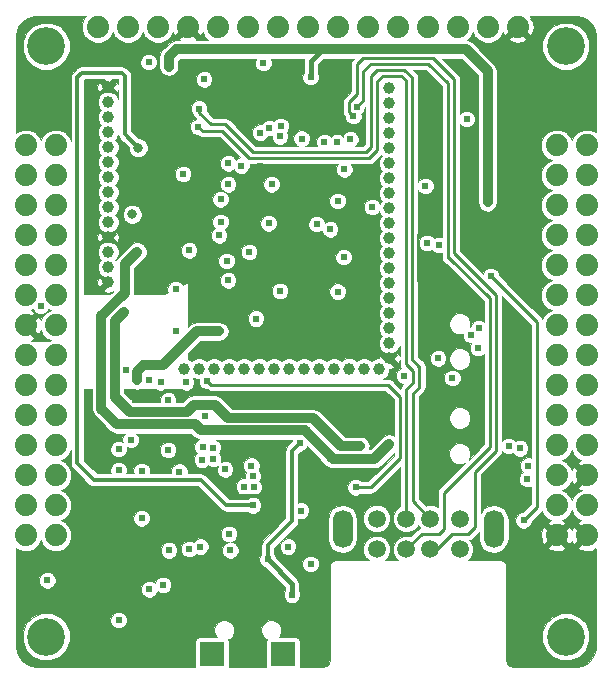
<source format=gbr>
G04 (created by PCBNEW (2013-03-19 BZR 4004)-stable) date 2015/1/14 18:16:16*
%MOIN*%
G04 Gerber Fmt 3.4, Leading zero omitted, Abs format*
%FSLAX34Y34*%
G01*
G70*
G90*
G04 APERTURE LIST*
%ADD10C,0*%
%ADD11R,0.081X0.081*%
%ADD12C,0.126*%
%ADD13C,0.0393701*%
%ADD14C,0.074*%
%ADD15C,0.0590551*%
%ADD16O,0.0669291X0.125984*%
%ADD17C,0.0240157*%
%ADD18C,0.024*%
%ADD19C,0.032*%
%ADD20C,0.032*%
%ADD21C,0.01*%
%ADD22C,0.016*%
%ADD23C,0.006*%
%ADD24C,0.012*%
%ADD25C,0.001*%
G04 APERTURE END LIST*
G54D10*
G54D11*
X37818Y-52150D03*
X40181Y-52150D03*
G54D12*
X49606Y-51574D03*
X49606Y-31889D03*
G54D13*
X34346Y-33260D03*
X34346Y-33760D03*
X34346Y-34260D03*
X34346Y-34760D03*
X34346Y-35260D03*
X34346Y-35760D03*
X34346Y-36260D03*
X34346Y-36760D03*
X34346Y-37260D03*
X34346Y-37760D03*
X34346Y-38260D03*
X34346Y-38760D03*
X34346Y-39260D03*
X34346Y-39760D03*
X43372Y-42640D03*
X42872Y-42640D03*
X42372Y-42640D03*
X41872Y-42640D03*
X41372Y-42640D03*
X40872Y-42640D03*
X40372Y-42640D03*
X39872Y-42640D03*
X39372Y-42640D03*
X38872Y-42640D03*
X38372Y-42640D03*
X37872Y-42640D03*
X37372Y-42640D03*
X36872Y-42640D03*
X43722Y-33290D03*
X43722Y-33790D03*
X43722Y-34290D03*
X43722Y-34790D03*
X43722Y-35290D03*
X43722Y-35790D03*
X43722Y-36290D03*
X43722Y-36790D03*
X43722Y-37290D03*
X43722Y-37790D03*
X43722Y-38290D03*
X43722Y-38790D03*
X43722Y-39290D03*
X43722Y-39790D03*
X43722Y-40290D03*
X43722Y-40790D03*
X43722Y-41290D03*
X43722Y-41790D03*
X43722Y-42290D03*
G54D12*
X32283Y-31889D03*
X32283Y-51574D03*
G54D14*
X37000Y-31250D03*
X38000Y-31250D03*
X39000Y-31250D03*
X40000Y-31250D03*
X41000Y-31250D03*
X42000Y-31250D03*
X43000Y-31250D03*
X44000Y-31250D03*
X45000Y-31250D03*
X46000Y-31250D03*
X47000Y-31250D03*
X48000Y-31250D03*
G54D15*
X44291Y-48661D03*
X45078Y-48661D03*
X44291Y-47637D03*
X45078Y-47637D03*
X43307Y-47637D03*
X43307Y-48661D03*
X46062Y-47637D03*
X46062Y-48661D03*
G54D16*
X42165Y-47992D03*
X47204Y-47992D03*
G54D14*
X49300Y-41200D03*
X50300Y-41200D03*
X49300Y-42200D03*
X50300Y-42200D03*
X49300Y-43200D03*
X50300Y-43200D03*
X49300Y-44200D03*
X50300Y-44200D03*
X49300Y-45200D03*
X50300Y-45200D03*
X49300Y-46200D03*
X50300Y-46200D03*
X49300Y-47200D03*
X50300Y-47200D03*
X49300Y-48200D03*
X50300Y-48200D03*
X31600Y-35200D03*
X32600Y-35200D03*
X31600Y-36200D03*
X32600Y-36200D03*
X31600Y-37200D03*
X32600Y-37200D03*
X31600Y-38200D03*
X32600Y-38200D03*
X31600Y-39200D03*
X32600Y-39200D03*
X31600Y-40200D03*
X32600Y-40200D03*
X31600Y-41200D03*
X32600Y-41200D03*
X32600Y-48200D03*
X31600Y-48200D03*
X32600Y-47200D03*
X31600Y-47200D03*
X32600Y-46200D03*
X31600Y-46200D03*
X32600Y-45200D03*
X31600Y-45200D03*
X32600Y-44200D03*
X31600Y-44200D03*
X32600Y-43200D03*
X31600Y-43200D03*
X32600Y-42200D03*
X31600Y-42200D03*
X49300Y-35200D03*
X50300Y-35200D03*
X49300Y-36200D03*
X50300Y-36200D03*
X49300Y-37200D03*
X50300Y-37200D03*
X49300Y-38200D03*
X50300Y-38200D03*
X49300Y-39200D03*
X50300Y-39200D03*
X49300Y-40200D03*
X50300Y-40200D03*
X34000Y-31250D03*
X35000Y-31250D03*
X36000Y-31250D03*
G54D17*
X35325Y-43025D03*
G54D18*
X46300Y-34325D03*
X39525Y-32450D03*
X35725Y-50000D03*
X48200Y-47700D03*
X46675Y-41950D03*
X47100Y-39550D03*
G54D17*
X35100Y-45016D03*
X38790Y-35875D03*
X36850Y-36150D03*
X45375Y-38525D03*
X38050Y-41400D03*
X43150Y-37250D03*
X41300Y-37825D03*
X39800Y-36500D03*
G54D18*
X39050Y-38750D03*
G54D17*
X40475Y-50175D03*
X36375Y-32575D03*
X34950Y-42700D03*
G54D18*
X41100Y-32925D03*
G54D17*
X36350Y-45350D03*
X36350Y-43700D03*
X40732Y-45130D03*
X39666Y-49000D03*
X47000Y-37100D03*
X36600Y-40000D03*
X39275Y-40975D03*
X35725Y-43025D03*
X36100Y-43100D03*
X37475Y-45675D03*
X37500Y-45250D03*
X37850Y-45275D03*
X37850Y-45650D03*
X37650Y-43050D03*
X42600Y-46600D03*
X36725Y-46075D03*
X37575Y-44225D03*
X36375Y-48700D03*
X36175Y-49850D03*
X37050Y-48650D03*
X37425Y-48575D03*
X35467Y-46056D03*
X34700Y-45325D03*
X34700Y-46025D03*
X38250Y-46000D03*
X38425Y-48700D03*
X35467Y-47629D03*
X44975Y-38450D03*
X36950Y-43100D03*
X40350Y-48575D03*
X39125Y-45875D03*
X48325Y-46325D03*
X39200Y-46600D03*
X48350Y-45875D03*
X39175Y-46225D03*
X41100Y-49150D03*
X38875Y-46575D03*
X39175Y-47200D03*
G54D19*
X35350Y-35275D03*
G54D17*
X44225Y-42875D03*
X45825Y-42950D03*
X45350Y-42300D03*
X44925Y-36550D03*
X43686Y-38250D03*
G54D18*
X32325Y-49700D03*
X32100Y-40550D03*
G54D17*
X47700Y-45225D03*
X48075Y-45300D03*
X41975Y-35100D03*
X46450Y-41525D03*
X41550Y-35100D03*
X46700Y-41300D03*
X42425Y-35000D03*
X42750Y-45225D03*
G54D19*
X34875Y-40750D03*
G54D17*
X43725Y-45150D03*
X37550Y-33000D03*
G54D19*
X35316Y-38750D03*
G54D17*
X35700Y-32425D03*
G54D19*
X35156Y-37500D03*
G54D17*
X48150Y-41760D03*
X35850Y-45000D03*
X47625Y-32225D03*
X45580Y-45540D03*
X45280Y-38200D03*
X45375Y-40425D03*
X34550Y-44950D03*
X36625Y-41375D03*
X40850Y-41200D03*
X42762Y-41166D03*
X39400Y-35900D03*
X42700Y-36100D03*
X42800Y-35125D03*
X41275Y-36500D03*
X40846Y-38500D03*
X39650Y-37400D03*
X36750Y-45250D03*
X35250Y-43700D03*
X36496Y-38000D03*
X37500Y-35075D03*
X36496Y-34794D03*
X42350Y-33050D03*
X40800Y-33675D03*
X47838Y-38375D03*
X34025Y-47800D03*
X36075Y-51800D03*
X39375Y-51775D03*
X39525Y-50375D03*
X40334Y-49000D03*
X43100Y-38375D03*
X37250Y-47500D03*
X37250Y-47125D03*
X36900Y-47500D03*
X36900Y-47125D03*
X36900Y-46750D03*
X37275Y-46750D03*
G54D18*
X38050Y-38200D03*
G54D17*
X37050Y-38700D03*
X38300Y-39050D03*
X39700Y-37800D03*
G54D18*
X38350Y-39700D03*
X38350Y-35800D03*
X38100Y-37000D03*
X38100Y-37750D03*
X38350Y-36500D03*
X41750Y-38000D03*
X42000Y-37050D03*
G54D17*
X40075Y-40050D03*
X42000Y-40075D03*
G54D18*
X40075Y-34900D03*
X42225Y-36000D03*
G54D17*
X40775Y-47375D03*
X38375Y-48150D03*
G54D18*
X34700Y-51025D03*
X42200Y-38925D03*
G54D17*
X42525Y-34225D03*
G54D18*
X40100Y-34550D03*
X40800Y-34975D03*
G54D17*
X37350Y-34575D03*
G54D18*
X39425Y-34775D03*
X39725Y-34625D03*
G54D17*
X37375Y-33975D03*
X42637Y-33912D03*
G54D20*
X35325Y-43025D02*
X35312Y-43012D01*
X35312Y-43012D02*
X35312Y-42737D01*
X35312Y-42737D02*
X35525Y-42525D01*
X35525Y-42525D02*
X36175Y-42525D01*
X36175Y-42525D02*
X37300Y-41400D01*
X37300Y-41400D02*
X38050Y-41400D01*
G54D21*
X47100Y-39550D02*
X48650Y-41100D01*
X48650Y-41100D02*
X48650Y-47250D01*
X48650Y-47250D02*
X48200Y-47700D01*
G54D22*
X39666Y-49000D02*
X40475Y-49809D01*
X40475Y-49809D02*
X40475Y-50175D01*
G54D20*
X36375Y-32250D02*
X36375Y-32575D01*
G54D23*
X39666Y-48650D02*
X39666Y-49000D01*
G54D22*
X41100Y-32525D02*
X41100Y-32400D01*
X41100Y-32400D02*
X41500Y-32000D01*
X41500Y-32000D02*
X41525Y-32000D01*
X41100Y-32925D02*
X41100Y-32525D01*
G54D24*
X40475Y-45446D02*
X40475Y-45387D01*
X40475Y-45387D02*
X40732Y-45130D01*
X39666Y-49000D02*
X39666Y-48650D01*
X39666Y-48650D02*
X39666Y-48534D01*
X39666Y-48534D02*
X40475Y-47725D01*
X40475Y-47725D02*
X40475Y-45446D01*
G54D20*
X36375Y-32250D02*
X36625Y-32000D01*
X36625Y-32000D02*
X41225Y-32000D01*
X41225Y-32000D02*
X41525Y-32000D01*
X41525Y-32000D02*
X41575Y-32000D01*
X41575Y-32000D02*
X46275Y-32000D01*
X46275Y-32000D02*
X47000Y-32725D01*
X47000Y-32725D02*
X47000Y-37100D01*
G54D21*
X42600Y-46600D02*
X43100Y-46600D01*
X43100Y-46600D02*
X44075Y-45625D01*
X44075Y-45625D02*
X44075Y-43575D01*
X44075Y-43575D02*
X43675Y-43175D01*
X43675Y-43175D02*
X37775Y-43175D01*
X37775Y-43175D02*
X37650Y-43050D01*
G54D24*
X39175Y-47200D02*
X38290Y-47200D01*
X38290Y-47200D02*
X37440Y-46350D01*
X37440Y-46350D02*
X33875Y-46350D01*
G54D21*
X33875Y-46350D02*
X33325Y-45800D01*
G54D24*
X33875Y-46350D02*
X33325Y-45800D01*
X33325Y-45800D02*
X33325Y-32925D01*
X33325Y-32925D02*
X33475Y-32775D01*
X33475Y-32775D02*
X34800Y-32775D01*
X34800Y-32775D02*
X34900Y-32875D01*
X34900Y-32875D02*
X34900Y-34825D01*
X34900Y-34825D02*
X35350Y-35275D01*
G54D20*
X34575Y-43575D02*
X34575Y-41050D01*
X36050Y-44075D02*
X35075Y-44075D01*
X35075Y-44075D02*
X34575Y-43575D01*
X34575Y-41050D02*
X34875Y-40750D01*
X37062Y-43987D02*
X36975Y-44075D01*
X36975Y-44075D02*
X36050Y-44075D01*
X42750Y-45225D02*
X42100Y-45225D01*
X42100Y-45225D02*
X41174Y-44299D01*
X41174Y-44299D02*
X38349Y-44299D01*
X38349Y-44299D02*
X37900Y-43850D01*
X37900Y-43850D02*
X37200Y-43850D01*
X37200Y-43850D02*
X37062Y-43987D01*
X34800Y-40225D02*
X34125Y-40900D01*
X34900Y-39166D02*
X35316Y-38750D01*
X34900Y-40125D02*
X34900Y-39166D01*
X34800Y-40225D02*
X34900Y-40125D01*
X40900Y-44700D02*
X37450Y-44700D01*
X41850Y-45650D02*
X40900Y-44700D01*
X43225Y-45650D02*
X41850Y-45650D01*
X43725Y-45150D02*
X43225Y-45650D01*
X37250Y-44500D02*
X37450Y-44700D01*
X34650Y-44500D02*
X37250Y-44500D01*
X34125Y-43975D02*
X34650Y-44500D01*
X34125Y-40900D02*
X34125Y-43975D01*
G54D22*
X40334Y-49000D02*
X40900Y-49566D01*
X40900Y-49566D02*
X40900Y-50650D01*
X40900Y-50650D02*
X40050Y-50650D01*
X40050Y-50650D02*
X39800Y-50650D01*
X39800Y-50650D02*
X39525Y-50375D01*
X43722Y-42290D02*
X43565Y-42290D01*
X43565Y-42290D02*
X43225Y-41950D01*
X43225Y-41950D02*
X43225Y-41850D01*
G54D23*
X45375Y-40425D02*
X44675Y-39725D01*
X44675Y-39725D02*
X44675Y-38175D01*
X44675Y-38175D02*
X44825Y-38025D01*
X44825Y-38025D02*
X45105Y-38025D01*
X45105Y-38025D02*
X45280Y-38200D01*
G54D24*
X36750Y-45250D02*
X36750Y-45550D01*
X36750Y-45550D02*
X37270Y-46070D01*
X37270Y-46070D02*
X37650Y-46070D01*
X37650Y-46070D02*
X38470Y-46890D01*
X38470Y-46890D02*
X39430Y-46890D01*
X39430Y-46890D02*
X39650Y-46670D01*
G54D21*
X46575Y-47550D02*
X46575Y-46075D01*
X46575Y-46075D02*
X47275Y-45375D01*
X47275Y-45375D02*
X47275Y-40200D01*
X47275Y-40200D02*
X45875Y-38800D01*
X45078Y-48661D02*
X45313Y-48661D01*
X45313Y-48661D02*
X45825Y-48150D01*
X45825Y-48150D02*
X46350Y-48150D01*
X46350Y-48150D02*
X46575Y-47925D01*
X46575Y-47925D02*
X46575Y-47550D01*
X43350Y-32290D02*
X45165Y-32290D01*
X45165Y-32290D02*
X45875Y-33000D01*
X45875Y-33000D02*
X45875Y-38800D01*
X42475Y-33650D02*
X42650Y-33475D01*
X42650Y-33475D02*
X42650Y-32500D01*
X42650Y-32500D02*
X42859Y-32290D01*
X42859Y-32290D02*
X43350Y-32290D01*
X42525Y-34225D02*
X42375Y-34075D01*
X42375Y-34075D02*
X42375Y-33750D01*
X42375Y-33750D02*
X42475Y-33650D01*
X43325Y-35200D02*
X43325Y-35350D01*
X43325Y-35350D02*
X43050Y-35625D01*
X43050Y-35625D02*
X39050Y-35625D01*
X39050Y-35625D02*
X38150Y-34725D01*
X44291Y-44150D02*
X44291Y-43333D01*
X44291Y-43333D02*
X44500Y-43125D01*
X44500Y-43125D02*
X44500Y-42725D01*
X44500Y-42725D02*
X44275Y-42500D01*
X44275Y-42500D02*
X44275Y-33025D01*
X44275Y-33025D02*
X44125Y-32875D01*
X44291Y-47637D02*
X44291Y-44150D01*
X44125Y-32875D02*
X43500Y-32875D01*
X43500Y-32875D02*
X43325Y-33050D01*
X43325Y-33050D02*
X43325Y-35200D01*
X43325Y-35200D02*
X43325Y-35350D01*
X38150Y-34725D02*
X37500Y-34725D01*
X37500Y-34725D02*
X37350Y-34575D01*
X38912Y-35162D02*
X39175Y-35425D01*
X39175Y-35425D02*
X42944Y-35425D01*
X42944Y-35425D02*
X43125Y-35244D01*
X37387Y-34112D02*
X37375Y-34100D01*
X37375Y-34100D02*
X37375Y-33975D01*
X45078Y-47637D02*
X44500Y-47059D01*
X44500Y-47059D02*
X44500Y-43475D01*
X44500Y-43475D02*
X44725Y-43250D01*
X44725Y-43250D02*
X44725Y-42575D01*
X44725Y-42575D02*
X44475Y-42325D01*
X44475Y-42325D02*
X44475Y-32925D01*
X44475Y-32925D02*
X44225Y-32675D01*
X44225Y-32675D02*
X43325Y-32675D01*
X43325Y-32675D02*
X43125Y-32875D01*
X43125Y-32875D02*
X43125Y-35244D01*
X38912Y-35162D02*
X38250Y-34500D01*
X38250Y-34500D02*
X37775Y-34500D01*
X37775Y-34500D02*
X37387Y-34112D01*
X37387Y-34112D02*
X37375Y-34100D01*
X45675Y-38950D02*
X45725Y-38950D01*
X45725Y-38950D02*
X47075Y-40300D01*
X47075Y-40300D02*
X47075Y-45250D01*
X47075Y-45250D02*
X45550Y-46775D01*
X45550Y-46775D02*
X45550Y-47400D01*
X42637Y-33912D02*
X42850Y-33700D01*
X42850Y-33700D02*
X42850Y-32725D01*
X42850Y-32725D02*
X43100Y-32475D01*
X44291Y-48661D02*
X44802Y-48150D01*
X44802Y-48150D02*
X45375Y-48150D01*
X45375Y-48150D02*
X45550Y-47975D01*
X45550Y-47975D02*
X45550Y-47400D01*
X45675Y-38950D02*
X45675Y-33125D01*
X45675Y-33125D02*
X45025Y-32475D01*
X45025Y-32475D02*
X43100Y-32475D01*
X42637Y-33912D02*
X42625Y-33925D01*
G54D10*
G36*
X32435Y-41700D02*
X32369Y-41727D01*
X31830Y-41727D01*
X31777Y-41705D01*
X31832Y-41682D01*
X31877Y-41611D01*
X31600Y-41334D01*
X31594Y-41339D01*
X31460Y-41205D01*
X31465Y-41200D01*
X31460Y-41194D01*
X31594Y-41060D01*
X31600Y-41065D01*
X31877Y-40788D01*
X31832Y-40717D01*
X31764Y-40700D01*
X31849Y-40664D01*
X31866Y-40705D01*
X31944Y-40782D01*
X32045Y-40824D01*
X32154Y-40825D01*
X32255Y-40783D01*
X32332Y-40705D01*
X32350Y-40664D01*
X32435Y-40700D01*
X32303Y-40754D01*
X32155Y-40902D01*
X32105Y-41022D01*
X32082Y-40967D01*
X32011Y-40922D01*
X31734Y-41200D01*
X32011Y-41477D01*
X32082Y-41432D01*
X32099Y-41364D01*
X32154Y-41497D01*
X32302Y-41644D01*
X32435Y-41700D01*
X32435Y-41700D01*
G37*
G54D25*
X32435Y-41700D02*
X32369Y-41727D01*
X31830Y-41727D01*
X31777Y-41705D01*
X31832Y-41682D01*
X31877Y-41611D01*
X31600Y-41334D01*
X31594Y-41339D01*
X31460Y-41205D01*
X31465Y-41200D01*
X31460Y-41194D01*
X31594Y-41060D01*
X31600Y-41065D01*
X31877Y-40788D01*
X31832Y-40717D01*
X31764Y-40700D01*
X31849Y-40664D01*
X31866Y-40705D01*
X31944Y-40782D01*
X32045Y-40824D01*
X32154Y-40825D01*
X32255Y-40783D01*
X32332Y-40705D01*
X32350Y-40664D01*
X32435Y-40700D01*
X32303Y-40754D01*
X32155Y-40902D01*
X32105Y-41022D01*
X32082Y-40967D01*
X32011Y-40922D01*
X31734Y-41200D01*
X32011Y-41477D01*
X32082Y-41432D01*
X32099Y-41364D01*
X32154Y-41497D01*
X32302Y-41644D01*
X32435Y-41700D01*
G54D10*
G36*
X43870Y-44875D02*
X43845Y-44858D01*
X43725Y-44835D01*
X43604Y-44858D01*
X43502Y-44927D01*
X43094Y-45335D01*
X43043Y-45335D01*
X43065Y-45225D01*
X43041Y-45104D01*
X42972Y-45002D01*
X42870Y-44933D01*
X42750Y-44910D01*
X42230Y-44910D01*
X41397Y-44077D01*
X41295Y-44008D01*
X41174Y-43984D01*
X38480Y-43984D01*
X38122Y-43627D01*
X38020Y-43558D01*
X37900Y-43535D01*
X37200Y-43535D01*
X37079Y-43558D01*
X36977Y-43627D01*
X36844Y-43760D01*
X36622Y-43760D01*
X36625Y-43754D01*
X36625Y-43645D01*
X36583Y-43544D01*
X36506Y-43466D01*
X36404Y-43424D01*
X36295Y-43424D01*
X36194Y-43466D01*
X36116Y-43543D01*
X36074Y-43645D01*
X36074Y-43754D01*
X36077Y-43760D01*
X36050Y-43760D01*
X35205Y-43760D01*
X34890Y-43444D01*
X34890Y-43312D01*
X35198Y-43312D01*
X35204Y-43316D01*
X35325Y-43340D01*
X35445Y-43316D01*
X35451Y-43312D01*
X35923Y-43312D01*
X35943Y-43333D01*
X36045Y-43375D01*
X36154Y-43375D01*
X36255Y-43333D01*
X36276Y-43312D01*
X36773Y-43312D01*
X36793Y-43333D01*
X36895Y-43375D01*
X37004Y-43375D01*
X37105Y-43333D01*
X37183Y-43256D01*
X37225Y-43154D01*
X37225Y-43045D01*
X37183Y-42944D01*
X37179Y-42940D01*
X37302Y-42991D01*
X37376Y-42991D01*
X37374Y-42995D01*
X37374Y-43104D01*
X37416Y-43205D01*
X37493Y-43283D01*
X37595Y-43325D01*
X37637Y-43325D01*
X37696Y-43364D01*
X37696Y-43364D01*
X37759Y-43376D01*
X37774Y-43380D01*
X37774Y-43379D01*
X37775Y-43380D01*
X43590Y-43380D01*
X43870Y-43659D01*
X43870Y-44875D01*
X43870Y-44875D01*
G37*
G54D25*
X43870Y-44875D02*
X43845Y-44858D01*
X43725Y-44835D01*
X43604Y-44858D01*
X43502Y-44927D01*
X43094Y-45335D01*
X43043Y-45335D01*
X43065Y-45225D01*
X43041Y-45104D01*
X42972Y-45002D01*
X42870Y-44933D01*
X42750Y-44910D01*
X42230Y-44910D01*
X41397Y-44077D01*
X41295Y-44008D01*
X41174Y-43984D01*
X38480Y-43984D01*
X38122Y-43627D01*
X38020Y-43558D01*
X37900Y-43535D01*
X37200Y-43535D01*
X37079Y-43558D01*
X36977Y-43627D01*
X36844Y-43760D01*
X36622Y-43760D01*
X36625Y-43754D01*
X36625Y-43645D01*
X36583Y-43544D01*
X36506Y-43466D01*
X36404Y-43424D01*
X36295Y-43424D01*
X36194Y-43466D01*
X36116Y-43543D01*
X36074Y-43645D01*
X36074Y-43754D01*
X36077Y-43760D01*
X36050Y-43760D01*
X35205Y-43760D01*
X34890Y-43444D01*
X34890Y-43312D01*
X35198Y-43312D01*
X35204Y-43316D01*
X35325Y-43340D01*
X35445Y-43316D01*
X35451Y-43312D01*
X35923Y-43312D01*
X35943Y-43333D01*
X36045Y-43375D01*
X36154Y-43375D01*
X36255Y-43333D01*
X36276Y-43312D01*
X36773Y-43312D01*
X36793Y-43333D01*
X36895Y-43375D01*
X37004Y-43375D01*
X37105Y-43333D01*
X37183Y-43256D01*
X37225Y-43154D01*
X37225Y-43045D01*
X37183Y-42944D01*
X37179Y-42940D01*
X37302Y-42991D01*
X37376Y-42991D01*
X37374Y-42995D01*
X37374Y-43104D01*
X37416Y-43205D01*
X37493Y-43283D01*
X37595Y-43325D01*
X37637Y-43325D01*
X37696Y-43364D01*
X37696Y-43364D01*
X37759Y-43376D01*
X37774Y-43380D01*
X37774Y-43379D01*
X37775Y-43380D01*
X43590Y-43380D01*
X43870Y-43659D01*
X43870Y-44875D01*
G54D10*
G36*
X44185Y-43150D02*
X44146Y-43188D01*
X44101Y-43255D01*
X44092Y-43302D01*
X43819Y-43030D01*
X43753Y-42985D01*
X43675Y-42969D01*
X43674Y-42970D01*
X43495Y-42970D01*
X43572Y-42938D01*
X43671Y-42839D01*
X43724Y-42710D01*
X43724Y-42646D01*
X43734Y-42648D01*
X43849Y-42625D01*
X43871Y-42573D01*
X43722Y-42424D01*
X43717Y-42429D01*
X43583Y-42295D01*
X43588Y-42290D01*
X43439Y-42141D01*
X43387Y-42163D01*
X43366Y-42288D01*
X43303Y-42288D01*
X43173Y-42341D01*
X43122Y-42392D01*
X43072Y-42341D01*
X42943Y-42288D01*
X42803Y-42288D01*
X42673Y-42341D01*
X42622Y-42392D01*
X42572Y-42341D01*
X42475Y-42301D01*
X42475Y-38870D01*
X42433Y-38769D01*
X42355Y-38692D01*
X42275Y-38658D01*
X42275Y-36995D01*
X42233Y-36894D01*
X42155Y-36817D01*
X42054Y-36775D01*
X41945Y-36774D01*
X41844Y-36816D01*
X41767Y-36894D01*
X41725Y-36995D01*
X41724Y-37104D01*
X41766Y-37205D01*
X41844Y-37282D01*
X41945Y-37324D01*
X42054Y-37325D01*
X42155Y-37283D01*
X42232Y-37205D01*
X42274Y-37104D01*
X42275Y-36995D01*
X42275Y-38658D01*
X42254Y-38650D01*
X42145Y-38649D01*
X42044Y-38691D01*
X42025Y-38711D01*
X42025Y-37945D01*
X41983Y-37844D01*
X41905Y-37767D01*
X41804Y-37725D01*
X41695Y-37724D01*
X41594Y-37766D01*
X41575Y-37786D01*
X41575Y-37770D01*
X41533Y-37669D01*
X41456Y-37591D01*
X41354Y-37549D01*
X41245Y-37549D01*
X41144Y-37591D01*
X41066Y-37668D01*
X41024Y-37770D01*
X41024Y-37879D01*
X41066Y-37980D01*
X41143Y-38058D01*
X41245Y-38100D01*
X41354Y-38100D01*
X41455Y-38058D01*
X41474Y-38039D01*
X41474Y-38054D01*
X41516Y-38155D01*
X41594Y-38232D01*
X41695Y-38274D01*
X41804Y-38275D01*
X41905Y-38233D01*
X41982Y-38155D01*
X42024Y-38054D01*
X42025Y-37945D01*
X42025Y-38711D01*
X41967Y-38769D01*
X41925Y-38870D01*
X41924Y-38979D01*
X41966Y-39080D01*
X42044Y-39157D01*
X42145Y-39199D01*
X42254Y-39200D01*
X42355Y-39158D01*
X42432Y-39080D01*
X42474Y-38979D01*
X42475Y-38870D01*
X42475Y-42301D01*
X42443Y-42288D01*
X42303Y-42288D01*
X42275Y-42299D01*
X42275Y-40020D01*
X42233Y-39919D01*
X42156Y-39841D01*
X42054Y-39799D01*
X41945Y-39799D01*
X41844Y-39841D01*
X41766Y-39918D01*
X41724Y-40020D01*
X41724Y-40129D01*
X41766Y-40230D01*
X41843Y-40308D01*
X41945Y-40350D01*
X42054Y-40350D01*
X42155Y-40308D01*
X42233Y-40231D01*
X42275Y-40129D01*
X42275Y-40020D01*
X42275Y-42299D01*
X42173Y-42341D01*
X42122Y-42392D01*
X42072Y-42341D01*
X41943Y-42288D01*
X41803Y-42288D01*
X41673Y-42341D01*
X41622Y-42392D01*
X41572Y-42341D01*
X41443Y-42288D01*
X41303Y-42288D01*
X41173Y-42341D01*
X41122Y-42392D01*
X41072Y-42341D01*
X40943Y-42288D01*
X40803Y-42288D01*
X40673Y-42341D01*
X40622Y-42392D01*
X40572Y-42341D01*
X40443Y-42288D01*
X40350Y-42288D01*
X40350Y-39995D01*
X40308Y-39894D01*
X40231Y-39816D01*
X40129Y-39774D01*
X40075Y-39774D01*
X40075Y-36445D01*
X40033Y-36344D01*
X39956Y-36266D01*
X39854Y-36224D01*
X39745Y-36224D01*
X39644Y-36266D01*
X39566Y-36343D01*
X39524Y-36445D01*
X39524Y-36554D01*
X39566Y-36655D01*
X39643Y-36733D01*
X39745Y-36775D01*
X39854Y-36775D01*
X39955Y-36733D01*
X40033Y-36656D01*
X40075Y-36554D01*
X40075Y-36445D01*
X40075Y-39774D01*
X40020Y-39774D01*
X39975Y-39793D01*
X39975Y-37745D01*
X39933Y-37644D01*
X39856Y-37566D01*
X39754Y-37524D01*
X39645Y-37524D01*
X39544Y-37566D01*
X39466Y-37643D01*
X39424Y-37745D01*
X39424Y-37854D01*
X39466Y-37955D01*
X39543Y-38033D01*
X39645Y-38075D01*
X39754Y-38075D01*
X39855Y-38033D01*
X39933Y-37956D01*
X39975Y-37854D01*
X39975Y-37745D01*
X39975Y-39793D01*
X39919Y-39816D01*
X39841Y-39893D01*
X39799Y-39995D01*
X39799Y-40104D01*
X39841Y-40205D01*
X39918Y-40283D01*
X40020Y-40325D01*
X40129Y-40325D01*
X40230Y-40283D01*
X40308Y-40206D01*
X40350Y-40104D01*
X40350Y-39995D01*
X40350Y-42288D01*
X40303Y-42288D01*
X40173Y-42341D01*
X40122Y-42392D01*
X40072Y-42341D01*
X39943Y-42288D01*
X39803Y-42288D01*
X39673Y-42341D01*
X39622Y-42392D01*
X39572Y-42341D01*
X39550Y-42332D01*
X39550Y-40920D01*
X39508Y-40819D01*
X39431Y-40741D01*
X39329Y-40699D01*
X39325Y-40699D01*
X39325Y-38695D01*
X39283Y-38594D01*
X39205Y-38517D01*
X39104Y-38475D01*
X38995Y-38474D01*
X38894Y-38516D01*
X38817Y-38594D01*
X38775Y-38695D01*
X38774Y-38804D01*
X38816Y-38905D01*
X38894Y-38982D01*
X38995Y-39024D01*
X39104Y-39025D01*
X39205Y-38983D01*
X39282Y-38905D01*
X39324Y-38804D01*
X39325Y-38695D01*
X39325Y-40699D01*
X39220Y-40699D01*
X39119Y-40741D01*
X39041Y-40818D01*
X38999Y-40920D01*
X38999Y-41029D01*
X39041Y-41130D01*
X39118Y-41208D01*
X39220Y-41250D01*
X39329Y-41250D01*
X39430Y-41208D01*
X39508Y-41131D01*
X39550Y-41029D01*
X39550Y-40920D01*
X39550Y-42332D01*
X39443Y-42288D01*
X39303Y-42288D01*
X39173Y-42341D01*
X39122Y-42392D01*
X39072Y-42341D01*
X38943Y-42288D01*
X38803Y-42288D01*
X38673Y-42341D01*
X38625Y-42390D01*
X38625Y-39645D01*
X38625Y-36445D01*
X38583Y-36344D01*
X38505Y-36267D01*
X38404Y-36225D01*
X38295Y-36224D01*
X38194Y-36266D01*
X38117Y-36344D01*
X38075Y-36445D01*
X38074Y-36554D01*
X38116Y-36655D01*
X38194Y-36732D01*
X38295Y-36774D01*
X38404Y-36775D01*
X38505Y-36733D01*
X38582Y-36655D01*
X38624Y-36554D01*
X38625Y-36445D01*
X38625Y-39645D01*
X38583Y-39544D01*
X38575Y-39536D01*
X38575Y-38995D01*
X38533Y-38894D01*
X38456Y-38816D01*
X38375Y-38783D01*
X38375Y-37695D01*
X38375Y-36945D01*
X38333Y-36844D01*
X38255Y-36767D01*
X38154Y-36725D01*
X38045Y-36724D01*
X37944Y-36766D01*
X37867Y-36844D01*
X37825Y-36945D01*
X37824Y-37054D01*
X37866Y-37155D01*
X37944Y-37232D01*
X38045Y-37274D01*
X38154Y-37275D01*
X38255Y-37233D01*
X38332Y-37155D01*
X38374Y-37054D01*
X38375Y-36945D01*
X38375Y-37695D01*
X38333Y-37594D01*
X38255Y-37517D01*
X38154Y-37475D01*
X38045Y-37474D01*
X37944Y-37516D01*
X37867Y-37594D01*
X37825Y-37695D01*
X37824Y-37804D01*
X37866Y-37905D01*
X37918Y-37956D01*
X37894Y-37966D01*
X37817Y-38044D01*
X37775Y-38145D01*
X37774Y-38254D01*
X37816Y-38355D01*
X37894Y-38432D01*
X37995Y-38474D01*
X38104Y-38475D01*
X38205Y-38433D01*
X38282Y-38355D01*
X38324Y-38254D01*
X38325Y-38145D01*
X38283Y-38044D01*
X38231Y-37993D01*
X38255Y-37983D01*
X38332Y-37905D01*
X38374Y-37804D01*
X38375Y-37695D01*
X38375Y-38783D01*
X38354Y-38774D01*
X38245Y-38774D01*
X38144Y-38816D01*
X38066Y-38893D01*
X38024Y-38995D01*
X38024Y-39104D01*
X38066Y-39205D01*
X38143Y-39283D01*
X38245Y-39325D01*
X38354Y-39325D01*
X38455Y-39283D01*
X38533Y-39206D01*
X38575Y-39104D01*
X38575Y-38995D01*
X38575Y-39536D01*
X38505Y-39467D01*
X38404Y-39425D01*
X38295Y-39424D01*
X38194Y-39466D01*
X38117Y-39544D01*
X38075Y-39645D01*
X38074Y-39754D01*
X38116Y-39855D01*
X38194Y-39932D01*
X38295Y-39974D01*
X38404Y-39975D01*
X38505Y-39933D01*
X38582Y-39855D01*
X38624Y-39754D01*
X38625Y-39645D01*
X38625Y-42390D01*
X38622Y-42392D01*
X38572Y-42341D01*
X38443Y-42288D01*
X38303Y-42288D01*
X38173Y-42341D01*
X38122Y-42392D01*
X38072Y-42341D01*
X37943Y-42288D01*
X37803Y-42288D01*
X37673Y-42341D01*
X37622Y-42392D01*
X37572Y-42341D01*
X37443Y-42288D01*
X37303Y-42288D01*
X37173Y-42341D01*
X37122Y-42392D01*
X37072Y-42341D01*
X37012Y-42317D01*
X37012Y-42132D01*
X37430Y-41715D01*
X38050Y-41715D01*
X38170Y-41691D01*
X38272Y-41622D01*
X38341Y-41520D01*
X38365Y-41400D01*
X38341Y-41279D01*
X38272Y-41177D01*
X38170Y-41108D01*
X38050Y-41085D01*
X37325Y-41085D01*
X37325Y-38645D01*
X37283Y-38544D01*
X37206Y-38466D01*
X37125Y-38433D01*
X37125Y-36095D01*
X37083Y-35994D01*
X37006Y-35916D01*
X36904Y-35874D01*
X36795Y-35874D01*
X36694Y-35916D01*
X36616Y-35993D01*
X36574Y-36095D01*
X36574Y-36204D01*
X36616Y-36305D01*
X36693Y-36383D01*
X36795Y-36425D01*
X36904Y-36425D01*
X37005Y-36383D01*
X37083Y-36306D01*
X37125Y-36204D01*
X37125Y-36095D01*
X37125Y-38433D01*
X37104Y-38424D01*
X36995Y-38424D01*
X36894Y-38466D01*
X36816Y-38543D01*
X36774Y-38645D01*
X36774Y-38754D01*
X36816Y-38855D01*
X36893Y-38933D01*
X36995Y-38975D01*
X37104Y-38975D01*
X37205Y-38933D01*
X37283Y-38856D01*
X37325Y-38754D01*
X37325Y-38645D01*
X37325Y-41085D01*
X37300Y-41085D01*
X37179Y-41108D01*
X37077Y-41177D01*
X37012Y-41241D01*
X37012Y-39755D01*
X36833Y-39845D01*
X36833Y-39844D01*
X36756Y-39766D01*
X36654Y-39724D01*
X36545Y-39724D01*
X36444Y-39766D01*
X36366Y-39843D01*
X36324Y-39945D01*
X36324Y-40054D01*
X36340Y-40091D01*
X36219Y-40152D01*
X35975Y-40152D01*
X35975Y-32370D01*
X35933Y-32269D01*
X35856Y-32191D01*
X35754Y-32149D01*
X35645Y-32149D01*
X35544Y-32191D01*
X35466Y-32268D01*
X35424Y-32370D01*
X35424Y-32479D01*
X35466Y-32580D01*
X35543Y-32658D01*
X35645Y-32700D01*
X35754Y-32700D01*
X35855Y-32658D01*
X35933Y-32581D01*
X35975Y-32479D01*
X35975Y-32370D01*
X35975Y-40152D01*
X35209Y-40152D01*
X35215Y-40125D01*
X35215Y-39296D01*
X35538Y-38972D01*
X35539Y-38972D01*
X35583Y-38928D01*
X35607Y-38870D01*
X35631Y-38812D01*
X35631Y-38750D01*
X35631Y-38687D01*
X35607Y-38629D01*
X35583Y-38571D01*
X35539Y-38527D01*
X35494Y-38483D01*
X35471Y-38473D01*
X35471Y-37437D01*
X35423Y-37321D01*
X35334Y-37233D01*
X35219Y-37185D01*
X35093Y-37184D01*
X34978Y-37232D01*
X34889Y-37321D01*
X34841Y-37437D01*
X34841Y-37562D01*
X34889Y-37678D01*
X34977Y-37766D01*
X35093Y-37814D01*
X35218Y-37815D01*
X35334Y-37767D01*
X35423Y-37678D01*
X35471Y-37562D01*
X35471Y-37437D01*
X35471Y-38473D01*
X35436Y-38458D01*
X35379Y-38435D01*
X35253Y-38434D01*
X35138Y-38482D01*
X35049Y-38571D01*
X35049Y-38571D01*
X34704Y-38915D01*
X34704Y-38248D01*
X34682Y-38133D01*
X34629Y-38111D01*
X34480Y-38260D01*
X34629Y-38408D01*
X34682Y-38386D01*
X34704Y-38248D01*
X34704Y-38915D01*
X34677Y-38943D01*
X34617Y-39033D01*
X34593Y-39009D01*
X34644Y-38959D01*
X34698Y-38830D01*
X34698Y-38690D01*
X34644Y-38560D01*
X34545Y-38461D01*
X34416Y-38408D01*
X34360Y-38408D01*
X34346Y-38394D01*
X34332Y-38408D01*
X34276Y-38408D01*
X34211Y-38434D01*
X34211Y-38260D01*
X34063Y-38111D01*
X34010Y-38133D01*
X33987Y-38271D01*
X34010Y-38386D01*
X34063Y-38408D01*
X34211Y-38260D01*
X34211Y-38434D01*
X34147Y-38461D01*
X34048Y-38560D01*
X33994Y-38689D01*
X33994Y-38829D01*
X34047Y-38959D01*
X34098Y-39010D01*
X34048Y-39060D01*
X33994Y-39189D01*
X33994Y-39329D01*
X34047Y-39459D01*
X34146Y-39558D01*
X34276Y-39611D01*
X34332Y-39611D01*
X34346Y-39625D01*
X34351Y-39620D01*
X34486Y-39754D01*
X34480Y-39760D01*
X34486Y-39765D01*
X34351Y-39899D01*
X34346Y-39894D01*
X34211Y-40028D01*
X34211Y-39760D01*
X34063Y-39611D01*
X34010Y-39633D01*
X33987Y-39771D01*
X34010Y-39886D01*
X34063Y-39908D01*
X34211Y-39760D01*
X34211Y-40028D01*
X34197Y-40043D01*
X34219Y-40095D01*
X34357Y-40118D01*
X34472Y-40095D01*
X34495Y-40043D01*
X34495Y-40043D01*
X34515Y-40063D01*
X34495Y-40084D01*
X34427Y-40152D01*
X33540Y-40152D01*
X33540Y-33014D01*
X33564Y-32990D01*
X34210Y-32990D01*
X34346Y-33125D01*
X34481Y-32990D01*
X34685Y-32990D01*
X34685Y-33148D01*
X34682Y-33133D01*
X34629Y-33111D01*
X34480Y-33260D01*
X34629Y-33408D01*
X34682Y-33386D01*
X34685Y-33368D01*
X34685Y-33658D01*
X34644Y-33560D01*
X34545Y-33461D01*
X34416Y-33408D01*
X34360Y-33408D01*
X34346Y-33394D01*
X34332Y-33408D01*
X34276Y-33408D01*
X34211Y-33434D01*
X34211Y-33260D01*
X34063Y-33111D01*
X34010Y-33133D01*
X33987Y-33271D01*
X34010Y-33386D01*
X34063Y-33408D01*
X34211Y-33260D01*
X34211Y-33434D01*
X34147Y-33461D01*
X34048Y-33560D01*
X33994Y-33689D01*
X33994Y-33829D01*
X34047Y-33959D01*
X34098Y-34010D01*
X34048Y-34060D01*
X33994Y-34189D01*
X33994Y-34329D01*
X34047Y-34459D01*
X34098Y-34510D01*
X34048Y-34560D01*
X33994Y-34689D01*
X33994Y-34829D01*
X34047Y-34959D01*
X34098Y-35010D01*
X34048Y-35060D01*
X33994Y-35189D01*
X33994Y-35329D01*
X34047Y-35459D01*
X34098Y-35510D01*
X34048Y-35560D01*
X33994Y-35689D01*
X33994Y-35829D01*
X34047Y-35959D01*
X34098Y-36010D01*
X34048Y-36060D01*
X33994Y-36189D01*
X33994Y-36329D01*
X34047Y-36459D01*
X34098Y-36510D01*
X34048Y-36560D01*
X33994Y-36689D01*
X33994Y-36829D01*
X34047Y-36959D01*
X34098Y-37010D01*
X34048Y-37060D01*
X33994Y-37189D01*
X33994Y-37329D01*
X34047Y-37459D01*
X34098Y-37510D01*
X34048Y-37560D01*
X33994Y-37689D01*
X33994Y-37829D01*
X34047Y-37959D01*
X34146Y-38058D01*
X34276Y-38111D01*
X34332Y-38111D01*
X34346Y-38125D01*
X34360Y-38111D01*
X34415Y-38111D01*
X34545Y-38058D01*
X34644Y-37959D01*
X34698Y-37830D01*
X34698Y-37690D01*
X34644Y-37560D01*
X34593Y-37509D01*
X34644Y-37459D01*
X34698Y-37330D01*
X34698Y-37190D01*
X34644Y-37060D01*
X34593Y-37009D01*
X34644Y-36959D01*
X34698Y-36830D01*
X34698Y-36690D01*
X34644Y-36560D01*
X34593Y-36509D01*
X34644Y-36459D01*
X34698Y-36330D01*
X34698Y-36190D01*
X34644Y-36060D01*
X34593Y-36009D01*
X34644Y-35959D01*
X34698Y-35830D01*
X34698Y-35690D01*
X34644Y-35560D01*
X34593Y-35509D01*
X34644Y-35459D01*
X34698Y-35330D01*
X34698Y-35190D01*
X34644Y-35060D01*
X34593Y-35009D01*
X34644Y-34959D01*
X34689Y-34849D01*
X34701Y-34907D01*
X34747Y-34977D01*
X35035Y-35264D01*
X35034Y-35337D01*
X35082Y-35453D01*
X35171Y-35541D01*
X35287Y-35589D01*
X35412Y-35590D01*
X35528Y-35542D01*
X35616Y-35453D01*
X35664Y-35337D01*
X35665Y-35212D01*
X35617Y-35096D01*
X35528Y-35008D01*
X35412Y-34960D01*
X35339Y-34959D01*
X35115Y-34735D01*
X35115Y-32875D01*
X35098Y-32792D01*
X35098Y-32792D01*
X35052Y-32722D01*
X34952Y-32622D01*
X34882Y-32576D01*
X34800Y-32560D01*
X33475Y-32560D01*
X33392Y-32576D01*
X33322Y-32622D01*
X33172Y-32772D01*
X33126Y-32842D01*
X33110Y-32925D01*
X33110Y-35059D01*
X33068Y-34959D01*
X33068Y-31734D01*
X32949Y-31445D01*
X32728Y-31224D01*
X32440Y-31104D01*
X32128Y-31104D01*
X31839Y-31223D01*
X31618Y-31444D01*
X31498Y-31732D01*
X31498Y-32045D01*
X31617Y-32333D01*
X31838Y-32554D01*
X32126Y-32674D01*
X32438Y-32674D01*
X32727Y-32555D01*
X32948Y-32335D01*
X33068Y-32046D01*
X33068Y-31734D01*
X33068Y-34959D01*
X33045Y-34903D01*
X32897Y-34755D01*
X32704Y-34675D01*
X32496Y-34674D01*
X32303Y-34754D01*
X32155Y-34902D01*
X32099Y-35035D01*
X32045Y-34903D01*
X31897Y-34755D01*
X31704Y-34675D01*
X31496Y-34674D01*
X31303Y-34754D01*
X31286Y-34770D01*
X31286Y-31514D01*
X31336Y-31266D01*
X31465Y-31072D01*
X31661Y-30942D01*
X31906Y-30893D01*
X33614Y-30893D01*
X33555Y-30952D01*
X33475Y-31145D01*
X33474Y-31353D01*
X33554Y-31547D01*
X33702Y-31694D01*
X33895Y-31774D01*
X34103Y-31775D01*
X34297Y-31695D01*
X34444Y-31547D01*
X34500Y-31414D01*
X34554Y-31547D01*
X34702Y-31694D01*
X34895Y-31774D01*
X35103Y-31775D01*
X35297Y-31695D01*
X35444Y-31547D01*
X35500Y-31414D01*
X35554Y-31547D01*
X35702Y-31694D01*
X35895Y-31774D01*
X36103Y-31775D01*
X36297Y-31695D01*
X36444Y-31547D01*
X36494Y-31427D01*
X36517Y-31482D01*
X36588Y-31527D01*
X36865Y-31250D01*
X36860Y-31244D01*
X36994Y-31110D01*
X37000Y-31115D01*
X37005Y-31110D01*
X37139Y-31244D01*
X37134Y-31250D01*
X37411Y-31527D01*
X37482Y-31482D01*
X37499Y-31414D01*
X37554Y-31547D01*
X37692Y-31685D01*
X37262Y-31685D01*
X37277Y-31661D01*
X37000Y-31384D01*
X36722Y-31661D01*
X36737Y-31685D01*
X36625Y-31685D01*
X36504Y-31708D01*
X36402Y-31777D01*
X36152Y-32027D01*
X36083Y-32129D01*
X36060Y-32250D01*
X36060Y-32575D01*
X36083Y-32695D01*
X36152Y-32797D01*
X36254Y-32866D01*
X36375Y-32890D01*
X36495Y-32866D01*
X36597Y-32797D01*
X36666Y-32695D01*
X36690Y-32575D01*
X36690Y-32380D01*
X36755Y-32315D01*
X39283Y-32315D01*
X39250Y-32395D01*
X39249Y-32504D01*
X39291Y-32605D01*
X39369Y-32682D01*
X39470Y-32724D01*
X39579Y-32725D01*
X39680Y-32683D01*
X39757Y-32605D01*
X39799Y-32504D01*
X39800Y-32395D01*
X39766Y-32315D01*
X40881Y-32315D01*
X40865Y-32400D01*
X40865Y-32525D01*
X40865Y-32773D01*
X40825Y-32870D01*
X40824Y-32979D01*
X40866Y-33080D01*
X40944Y-33157D01*
X41045Y-33199D01*
X41154Y-33200D01*
X41255Y-33158D01*
X41332Y-33080D01*
X41374Y-32979D01*
X41375Y-32870D01*
X41335Y-32773D01*
X41335Y-32525D01*
X41335Y-32497D01*
X41517Y-32315D01*
X41525Y-32315D01*
X41575Y-32315D01*
X42545Y-32315D01*
X42505Y-32355D01*
X42460Y-32421D01*
X42444Y-32500D01*
X42445Y-32500D01*
X42445Y-33390D01*
X42330Y-33505D01*
X42330Y-33505D01*
X42230Y-33605D01*
X42185Y-33671D01*
X42169Y-33750D01*
X42170Y-33750D01*
X42170Y-34074D01*
X42169Y-34075D01*
X42185Y-34153D01*
X42230Y-34219D01*
X42249Y-34239D01*
X42249Y-34279D01*
X42291Y-34380D01*
X42368Y-34458D01*
X42470Y-34500D01*
X42579Y-34500D01*
X42680Y-34458D01*
X42758Y-34381D01*
X42800Y-34279D01*
X42800Y-34170D01*
X42790Y-34146D01*
X42793Y-34145D01*
X42870Y-34068D01*
X42912Y-33967D01*
X42912Y-33927D01*
X42920Y-33919D01*
X42920Y-35160D01*
X42860Y-35220D01*
X42593Y-35220D01*
X42658Y-35156D01*
X42700Y-35054D01*
X42700Y-34945D01*
X42658Y-34844D01*
X42581Y-34766D01*
X42479Y-34724D01*
X42370Y-34724D01*
X42269Y-34766D01*
X42191Y-34843D01*
X42167Y-34903D01*
X42131Y-34866D01*
X42029Y-34824D01*
X41920Y-34824D01*
X41819Y-34866D01*
X41762Y-34923D01*
X41706Y-34866D01*
X41604Y-34824D01*
X41495Y-34824D01*
X41394Y-34866D01*
X41316Y-34943D01*
X41274Y-35045D01*
X41274Y-35154D01*
X41301Y-35220D01*
X40927Y-35220D01*
X40955Y-35208D01*
X41032Y-35130D01*
X41074Y-35029D01*
X41075Y-34920D01*
X41033Y-34819D01*
X40955Y-34742D01*
X40854Y-34700D01*
X40745Y-34699D01*
X40644Y-34741D01*
X40567Y-34819D01*
X40525Y-34920D01*
X40524Y-35029D01*
X40566Y-35130D01*
X40644Y-35207D01*
X40672Y-35220D01*
X40375Y-35220D01*
X40375Y-34495D01*
X40333Y-34394D01*
X40255Y-34317D01*
X40154Y-34275D01*
X40045Y-34274D01*
X39944Y-34316D01*
X39872Y-34388D01*
X39779Y-34350D01*
X39670Y-34349D01*
X39569Y-34391D01*
X39492Y-34469D01*
X39479Y-34500D01*
X39370Y-34499D01*
X39269Y-34541D01*
X39192Y-34619D01*
X39150Y-34720D01*
X39149Y-34829D01*
X39191Y-34930D01*
X39269Y-35007D01*
X39370Y-35049D01*
X39479Y-35050D01*
X39580Y-35008D01*
X39657Y-34930D01*
X39670Y-34899D01*
X39779Y-34900D01*
X39800Y-34891D01*
X39799Y-34954D01*
X39841Y-35055D01*
X39919Y-35132D01*
X40020Y-35174D01*
X40129Y-35175D01*
X40230Y-35133D01*
X40307Y-35055D01*
X40349Y-34954D01*
X40350Y-34845D01*
X40308Y-34744D01*
X40301Y-34737D01*
X40332Y-34705D01*
X40374Y-34604D01*
X40375Y-34495D01*
X40375Y-35220D01*
X39259Y-35220D01*
X39057Y-35017D01*
X39057Y-35017D01*
X38394Y-34355D01*
X38328Y-34310D01*
X38250Y-34294D01*
X38249Y-34295D01*
X37859Y-34295D01*
X37825Y-34260D01*
X37825Y-32945D01*
X37783Y-32844D01*
X37706Y-32766D01*
X37604Y-32724D01*
X37495Y-32724D01*
X37394Y-32766D01*
X37316Y-32843D01*
X37274Y-32945D01*
X37274Y-33054D01*
X37316Y-33155D01*
X37393Y-33233D01*
X37495Y-33275D01*
X37604Y-33275D01*
X37705Y-33233D01*
X37783Y-33156D01*
X37825Y-33054D01*
X37825Y-32945D01*
X37825Y-34260D01*
X37633Y-34068D01*
X37650Y-34029D01*
X37650Y-33920D01*
X37608Y-33819D01*
X37531Y-33741D01*
X37429Y-33699D01*
X37320Y-33699D01*
X37219Y-33741D01*
X37141Y-33818D01*
X37099Y-33920D01*
X37099Y-34029D01*
X37141Y-34130D01*
X37184Y-34173D01*
X37185Y-34178D01*
X37230Y-34244D01*
X37242Y-34257D01*
X37242Y-34257D01*
X37288Y-34302D01*
X37194Y-34341D01*
X37116Y-34418D01*
X37074Y-34520D01*
X37074Y-34629D01*
X37116Y-34730D01*
X37193Y-34808D01*
X37295Y-34850D01*
X37335Y-34850D01*
X37355Y-34869D01*
X37355Y-34869D01*
X37394Y-34896D01*
X37421Y-34914D01*
X37421Y-34914D01*
X37500Y-34930D01*
X38065Y-34930D01*
X38735Y-35600D01*
X38634Y-35641D01*
X38597Y-35678D01*
X38583Y-35644D01*
X38505Y-35567D01*
X38404Y-35525D01*
X38295Y-35524D01*
X38194Y-35566D01*
X38117Y-35644D01*
X38075Y-35745D01*
X38074Y-35854D01*
X38116Y-35955D01*
X38194Y-36032D01*
X38295Y-36074D01*
X38404Y-36075D01*
X38505Y-36033D01*
X38542Y-35996D01*
X38556Y-36030D01*
X38634Y-36108D01*
X38735Y-36150D01*
X38844Y-36150D01*
X38945Y-36108D01*
X39023Y-36031D01*
X39065Y-35929D01*
X39065Y-35830D01*
X42006Y-35830D01*
X41992Y-35844D01*
X41950Y-35945D01*
X41949Y-36054D01*
X41991Y-36155D01*
X42069Y-36232D01*
X42170Y-36274D01*
X42279Y-36275D01*
X42380Y-36233D01*
X42457Y-36155D01*
X42499Y-36054D01*
X42500Y-35945D01*
X42458Y-35844D01*
X42443Y-35830D01*
X43049Y-35830D01*
X43050Y-35830D01*
X43050Y-35830D01*
X43128Y-35814D01*
X43194Y-35769D01*
X43450Y-35514D01*
X43475Y-35540D01*
X43424Y-35590D01*
X43371Y-35719D01*
X43371Y-35859D01*
X43424Y-35989D01*
X43475Y-36040D01*
X43424Y-36090D01*
X43371Y-36219D01*
X43371Y-36359D01*
X43424Y-36489D01*
X43475Y-36540D01*
X43424Y-36590D01*
X43371Y-36719D01*
X43371Y-36859D01*
X43424Y-36989D01*
X43475Y-37040D01*
X43424Y-37090D01*
X43403Y-37142D01*
X43383Y-37094D01*
X43306Y-37016D01*
X43204Y-36974D01*
X43095Y-36974D01*
X42994Y-37016D01*
X42916Y-37093D01*
X42874Y-37195D01*
X42874Y-37304D01*
X42916Y-37405D01*
X42993Y-37483D01*
X43095Y-37525D01*
X43204Y-37525D01*
X43305Y-37483D01*
X43383Y-37406D01*
X43386Y-37397D01*
X43424Y-37489D01*
X43475Y-37540D01*
X43424Y-37590D01*
X43371Y-37719D01*
X43371Y-37859D01*
X43424Y-37989D01*
X43475Y-38040D01*
X43424Y-38090D01*
X43371Y-38219D01*
X43371Y-38359D01*
X43424Y-38489D01*
X43475Y-38540D01*
X43424Y-38590D01*
X43371Y-38719D01*
X43371Y-38859D01*
X43424Y-38989D01*
X43475Y-39040D01*
X43424Y-39090D01*
X43371Y-39219D01*
X43371Y-39359D01*
X43424Y-39489D01*
X43475Y-39540D01*
X43424Y-39590D01*
X43371Y-39719D01*
X43371Y-39859D01*
X43424Y-39989D01*
X43475Y-40040D01*
X43424Y-40090D01*
X43371Y-40219D01*
X43371Y-40359D01*
X43424Y-40489D01*
X43475Y-40540D01*
X43424Y-40590D01*
X43371Y-40719D01*
X43371Y-40859D01*
X43424Y-40989D01*
X43475Y-41040D01*
X43424Y-41090D01*
X43371Y-41219D01*
X43371Y-41359D01*
X43424Y-41489D01*
X43475Y-41540D01*
X43424Y-41590D01*
X43371Y-41719D01*
X43371Y-41859D01*
X43424Y-41989D01*
X43523Y-42088D01*
X43652Y-42141D01*
X43709Y-42141D01*
X43722Y-42155D01*
X43736Y-42141D01*
X43792Y-42141D01*
X43922Y-42088D01*
X44021Y-41989D01*
X44070Y-41871D01*
X44070Y-42220D01*
X44058Y-42163D01*
X44006Y-42141D01*
X43857Y-42290D01*
X44006Y-42438D01*
X44058Y-42416D01*
X44070Y-42348D01*
X44070Y-42499D01*
X44069Y-42500D01*
X44085Y-42578D01*
X44115Y-42622D01*
X44069Y-42641D01*
X43991Y-42718D01*
X43949Y-42820D01*
X43949Y-42929D01*
X43991Y-43030D01*
X44068Y-43108D01*
X44170Y-43150D01*
X44185Y-43150D01*
X44185Y-43150D01*
G37*
G54D25*
X44185Y-43150D02*
X44146Y-43188D01*
X44101Y-43255D01*
X44092Y-43302D01*
X43819Y-43030D01*
X43753Y-42985D01*
X43675Y-42969D01*
X43674Y-42970D01*
X43495Y-42970D01*
X43572Y-42938D01*
X43671Y-42839D01*
X43724Y-42710D01*
X43724Y-42646D01*
X43734Y-42648D01*
X43849Y-42625D01*
X43871Y-42573D01*
X43722Y-42424D01*
X43717Y-42429D01*
X43583Y-42295D01*
X43588Y-42290D01*
X43439Y-42141D01*
X43387Y-42163D01*
X43366Y-42288D01*
X43303Y-42288D01*
X43173Y-42341D01*
X43122Y-42392D01*
X43072Y-42341D01*
X42943Y-42288D01*
X42803Y-42288D01*
X42673Y-42341D01*
X42622Y-42392D01*
X42572Y-42341D01*
X42475Y-42301D01*
X42475Y-38870D01*
X42433Y-38769D01*
X42355Y-38692D01*
X42275Y-38658D01*
X42275Y-36995D01*
X42233Y-36894D01*
X42155Y-36817D01*
X42054Y-36775D01*
X41945Y-36774D01*
X41844Y-36816D01*
X41767Y-36894D01*
X41725Y-36995D01*
X41724Y-37104D01*
X41766Y-37205D01*
X41844Y-37282D01*
X41945Y-37324D01*
X42054Y-37325D01*
X42155Y-37283D01*
X42232Y-37205D01*
X42274Y-37104D01*
X42275Y-36995D01*
X42275Y-38658D01*
X42254Y-38650D01*
X42145Y-38649D01*
X42044Y-38691D01*
X42025Y-38711D01*
X42025Y-37945D01*
X41983Y-37844D01*
X41905Y-37767D01*
X41804Y-37725D01*
X41695Y-37724D01*
X41594Y-37766D01*
X41575Y-37786D01*
X41575Y-37770D01*
X41533Y-37669D01*
X41456Y-37591D01*
X41354Y-37549D01*
X41245Y-37549D01*
X41144Y-37591D01*
X41066Y-37668D01*
X41024Y-37770D01*
X41024Y-37879D01*
X41066Y-37980D01*
X41143Y-38058D01*
X41245Y-38100D01*
X41354Y-38100D01*
X41455Y-38058D01*
X41474Y-38039D01*
X41474Y-38054D01*
X41516Y-38155D01*
X41594Y-38232D01*
X41695Y-38274D01*
X41804Y-38275D01*
X41905Y-38233D01*
X41982Y-38155D01*
X42024Y-38054D01*
X42025Y-37945D01*
X42025Y-38711D01*
X41967Y-38769D01*
X41925Y-38870D01*
X41924Y-38979D01*
X41966Y-39080D01*
X42044Y-39157D01*
X42145Y-39199D01*
X42254Y-39200D01*
X42355Y-39158D01*
X42432Y-39080D01*
X42474Y-38979D01*
X42475Y-38870D01*
X42475Y-42301D01*
X42443Y-42288D01*
X42303Y-42288D01*
X42275Y-42299D01*
X42275Y-40020D01*
X42233Y-39919D01*
X42156Y-39841D01*
X42054Y-39799D01*
X41945Y-39799D01*
X41844Y-39841D01*
X41766Y-39918D01*
X41724Y-40020D01*
X41724Y-40129D01*
X41766Y-40230D01*
X41843Y-40308D01*
X41945Y-40350D01*
X42054Y-40350D01*
X42155Y-40308D01*
X42233Y-40231D01*
X42275Y-40129D01*
X42275Y-40020D01*
X42275Y-42299D01*
X42173Y-42341D01*
X42122Y-42392D01*
X42072Y-42341D01*
X41943Y-42288D01*
X41803Y-42288D01*
X41673Y-42341D01*
X41622Y-42392D01*
X41572Y-42341D01*
X41443Y-42288D01*
X41303Y-42288D01*
X41173Y-42341D01*
X41122Y-42392D01*
X41072Y-42341D01*
X40943Y-42288D01*
X40803Y-42288D01*
X40673Y-42341D01*
X40622Y-42392D01*
X40572Y-42341D01*
X40443Y-42288D01*
X40350Y-42288D01*
X40350Y-39995D01*
X40308Y-39894D01*
X40231Y-39816D01*
X40129Y-39774D01*
X40075Y-39774D01*
X40075Y-36445D01*
X40033Y-36344D01*
X39956Y-36266D01*
X39854Y-36224D01*
X39745Y-36224D01*
X39644Y-36266D01*
X39566Y-36343D01*
X39524Y-36445D01*
X39524Y-36554D01*
X39566Y-36655D01*
X39643Y-36733D01*
X39745Y-36775D01*
X39854Y-36775D01*
X39955Y-36733D01*
X40033Y-36656D01*
X40075Y-36554D01*
X40075Y-36445D01*
X40075Y-39774D01*
X40020Y-39774D01*
X39975Y-39793D01*
X39975Y-37745D01*
X39933Y-37644D01*
X39856Y-37566D01*
X39754Y-37524D01*
X39645Y-37524D01*
X39544Y-37566D01*
X39466Y-37643D01*
X39424Y-37745D01*
X39424Y-37854D01*
X39466Y-37955D01*
X39543Y-38033D01*
X39645Y-38075D01*
X39754Y-38075D01*
X39855Y-38033D01*
X39933Y-37956D01*
X39975Y-37854D01*
X39975Y-37745D01*
X39975Y-39793D01*
X39919Y-39816D01*
X39841Y-39893D01*
X39799Y-39995D01*
X39799Y-40104D01*
X39841Y-40205D01*
X39918Y-40283D01*
X40020Y-40325D01*
X40129Y-40325D01*
X40230Y-40283D01*
X40308Y-40206D01*
X40350Y-40104D01*
X40350Y-39995D01*
X40350Y-42288D01*
X40303Y-42288D01*
X40173Y-42341D01*
X40122Y-42392D01*
X40072Y-42341D01*
X39943Y-42288D01*
X39803Y-42288D01*
X39673Y-42341D01*
X39622Y-42392D01*
X39572Y-42341D01*
X39550Y-42332D01*
X39550Y-40920D01*
X39508Y-40819D01*
X39431Y-40741D01*
X39329Y-40699D01*
X39325Y-40699D01*
X39325Y-38695D01*
X39283Y-38594D01*
X39205Y-38517D01*
X39104Y-38475D01*
X38995Y-38474D01*
X38894Y-38516D01*
X38817Y-38594D01*
X38775Y-38695D01*
X38774Y-38804D01*
X38816Y-38905D01*
X38894Y-38982D01*
X38995Y-39024D01*
X39104Y-39025D01*
X39205Y-38983D01*
X39282Y-38905D01*
X39324Y-38804D01*
X39325Y-38695D01*
X39325Y-40699D01*
X39220Y-40699D01*
X39119Y-40741D01*
X39041Y-40818D01*
X38999Y-40920D01*
X38999Y-41029D01*
X39041Y-41130D01*
X39118Y-41208D01*
X39220Y-41250D01*
X39329Y-41250D01*
X39430Y-41208D01*
X39508Y-41131D01*
X39550Y-41029D01*
X39550Y-40920D01*
X39550Y-42332D01*
X39443Y-42288D01*
X39303Y-42288D01*
X39173Y-42341D01*
X39122Y-42392D01*
X39072Y-42341D01*
X38943Y-42288D01*
X38803Y-42288D01*
X38673Y-42341D01*
X38625Y-42390D01*
X38625Y-39645D01*
X38625Y-36445D01*
X38583Y-36344D01*
X38505Y-36267D01*
X38404Y-36225D01*
X38295Y-36224D01*
X38194Y-36266D01*
X38117Y-36344D01*
X38075Y-36445D01*
X38074Y-36554D01*
X38116Y-36655D01*
X38194Y-36732D01*
X38295Y-36774D01*
X38404Y-36775D01*
X38505Y-36733D01*
X38582Y-36655D01*
X38624Y-36554D01*
X38625Y-36445D01*
X38625Y-39645D01*
X38583Y-39544D01*
X38575Y-39536D01*
X38575Y-38995D01*
X38533Y-38894D01*
X38456Y-38816D01*
X38375Y-38783D01*
X38375Y-37695D01*
X38375Y-36945D01*
X38333Y-36844D01*
X38255Y-36767D01*
X38154Y-36725D01*
X38045Y-36724D01*
X37944Y-36766D01*
X37867Y-36844D01*
X37825Y-36945D01*
X37824Y-37054D01*
X37866Y-37155D01*
X37944Y-37232D01*
X38045Y-37274D01*
X38154Y-37275D01*
X38255Y-37233D01*
X38332Y-37155D01*
X38374Y-37054D01*
X38375Y-36945D01*
X38375Y-37695D01*
X38333Y-37594D01*
X38255Y-37517D01*
X38154Y-37475D01*
X38045Y-37474D01*
X37944Y-37516D01*
X37867Y-37594D01*
X37825Y-37695D01*
X37824Y-37804D01*
X37866Y-37905D01*
X37918Y-37956D01*
X37894Y-37966D01*
X37817Y-38044D01*
X37775Y-38145D01*
X37774Y-38254D01*
X37816Y-38355D01*
X37894Y-38432D01*
X37995Y-38474D01*
X38104Y-38475D01*
X38205Y-38433D01*
X38282Y-38355D01*
X38324Y-38254D01*
X38325Y-38145D01*
X38283Y-38044D01*
X38231Y-37993D01*
X38255Y-37983D01*
X38332Y-37905D01*
X38374Y-37804D01*
X38375Y-37695D01*
X38375Y-38783D01*
X38354Y-38774D01*
X38245Y-38774D01*
X38144Y-38816D01*
X38066Y-38893D01*
X38024Y-38995D01*
X38024Y-39104D01*
X38066Y-39205D01*
X38143Y-39283D01*
X38245Y-39325D01*
X38354Y-39325D01*
X38455Y-39283D01*
X38533Y-39206D01*
X38575Y-39104D01*
X38575Y-38995D01*
X38575Y-39536D01*
X38505Y-39467D01*
X38404Y-39425D01*
X38295Y-39424D01*
X38194Y-39466D01*
X38117Y-39544D01*
X38075Y-39645D01*
X38074Y-39754D01*
X38116Y-39855D01*
X38194Y-39932D01*
X38295Y-39974D01*
X38404Y-39975D01*
X38505Y-39933D01*
X38582Y-39855D01*
X38624Y-39754D01*
X38625Y-39645D01*
X38625Y-42390D01*
X38622Y-42392D01*
X38572Y-42341D01*
X38443Y-42288D01*
X38303Y-42288D01*
X38173Y-42341D01*
X38122Y-42392D01*
X38072Y-42341D01*
X37943Y-42288D01*
X37803Y-42288D01*
X37673Y-42341D01*
X37622Y-42392D01*
X37572Y-42341D01*
X37443Y-42288D01*
X37303Y-42288D01*
X37173Y-42341D01*
X37122Y-42392D01*
X37072Y-42341D01*
X37012Y-42317D01*
X37012Y-42132D01*
X37430Y-41715D01*
X38050Y-41715D01*
X38170Y-41691D01*
X38272Y-41622D01*
X38341Y-41520D01*
X38365Y-41400D01*
X38341Y-41279D01*
X38272Y-41177D01*
X38170Y-41108D01*
X38050Y-41085D01*
X37325Y-41085D01*
X37325Y-38645D01*
X37283Y-38544D01*
X37206Y-38466D01*
X37125Y-38433D01*
X37125Y-36095D01*
X37083Y-35994D01*
X37006Y-35916D01*
X36904Y-35874D01*
X36795Y-35874D01*
X36694Y-35916D01*
X36616Y-35993D01*
X36574Y-36095D01*
X36574Y-36204D01*
X36616Y-36305D01*
X36693Y-36383D01*
X36795Y-36425D01*
X36904Y-36425D01*
X37005Y-36383D01*
X37083Y-36306D01*
X37125Y-36204D01*
X37125Y-36095D01*
X37125Y-38433D01*
X37104Y-38424D01*
X36995Y-38424D01*
X36894Y-38466D01*
X36816Y-38543D01*
X36774Y-38645D01*
X36774Y-38754D01*
X36816Y-38855D01*
X36893Y-38933D01*
X36995Y-38975D01*
X37104Y-38975D01*
X37205Y-38933D01*
X37283Y-38856D01*
X37325Y-38754D01*
X37325Y-38645D01*
X37325Y-41085D01*
X37300Y-41085D01*
X37179Y-41108D01*
X37077Y-41177D01*
X37012Y-41241D01*
X37012Y-39755D01*
X36833Y-39845D01*
X36833Y-39844D01*
X36756Y-39766D01*
X36654Y-39724D01*
X36545Y-39724D01*
X36444Y-39766D01*
X36366Y-39843D01*
X36324Y-39945D01*
X36324Y-40054D01*
X36340Y-40091D01*
X36219Y-40152D01*
X35975Y-40152D01*
X35975Y-32370D01*
X35933Y-32269D01*
X35856Y-32191D01*
X35754Y-32149D01*
X35645Y-32149D01*
X35544Y-32191D01*
X35466Y-32268D01*
X35424Y-32370D01*
X35424Y-32479D01*
X35466Y-32580D01*
X35543Y-32658D01*
X35645Y-32700D01*
X35754Y-32700D01*
X35855Y-32658D01*
X35933Y-32581D01*
X35975Y-32479D01*
X35975Y-32370D01*
X35975Y-40152D01*
X35209Y-40152D01*
X35215Y-40125D01*
X35215Y-39296D01*
X35538Y-38972D01*
X35539Y-38972D01*
X35583Y-38928D01*
X35607Y-38870D01*
X35631Y-38812D01*
X35631Y-38750D01*
X35631Y-38687D01*
X35607Y-38629D01*
X35583Y-38571D01*
X35539Y-38527D01*
X35494Y-38483D01*
X35471Y-38473D01*
X35471Y-37437D01*
X35423Y-37321D01*
X35334Y-37233D01*
X35219Y-37185D01*
X35093Y-37184D01*
X34978Y-37232D01*
X34889Y-37321D01*
X34841Y-37437D01*
X34841Y-37562D01*
X34889Y-37678D01*
X34977Y-37766D01*
X35093Y-37814D01*
X35218Y-37815D01*
X35334Y-37767D01*
X35423Y-37678D01*
X35471Y-37562D01*
X35471Y-37437D01*
X35471Y-38473D01*
X35436Y-38458D01*
X35379Y-38435D01*
X35253Y-38434D01*
X35138Y-38482D01*
X35049Y-38571D01*
X35049Y-38571D01*
X34704Y-38915D01*
X34704Y-38248D01*
X34682Y-38133D01*
X34629Y-38111D01*
X34480Y-38260D01*
X34629Y-38408D01*
X34682Y-38386D01*
X34704Y-38248D01*
X34704Y-38915D01*
X34677Y-38943D01*
X34617Y-39033D01*
X34593Y-39009D01*
X34644Y-38959D01*
X34698Y-38830D01*
X34698Y-38690D01*
X34644Y-38560D01*
X34545Y-38461D01*
X34416Y-38408D01*
X34360Y-38408D01*
X34346Y-38394D01*
X34332Y-38408D01*
X34276Y-38408D01*
X34211Y-38434D01*
X34211Y-38260D01*
X34063Y-38111D01*
X34010Y-38133D01*
X33987Y-38271D01*
X34010Y-38386D01*
X34063Y-38408D01*
X34211Y-38260D01*
X34211Y-38434D01*
X34147Y-38461D01*
X34048Y-38560D01*
X33994Y-38689D01*
X33994Y-38829D01*
X34047Y-38959D01*
X34098Y-39010D01*
X34048Y-39060D01*
X33994Y-39189D01*
X33994Y-39329D01*
X34047Y-39459D01*
X34146Y-39558D01*
X34276Y-39611D01*
X34332Y-39611D01*
X34346Y-39625D01*
X34351Y-39620D01*
X34486Y-39754D01*
X34480Y-39760D01*
X34486Y-39765D01*
X34351Y-39899D01*
X34346Y-39894D01*
X34211Y-40028D01*
X34211Y-39760D01*
X34063Y-39611D01*
X34010Y-39633D01*
X33987Y-39771D01*
X34010Y-39886D01*
X34063Y-39908D01*
X34211Y-39760D01*
X34211Y-40028D01*
X34197Y-40043D01*
X34219Y-40095D01*
X34357Y-40118D01*
X34472Y-40095D01*
X34495Y-40043D01*
X34495Y-40043D01*
X34515Y-40063D01*
X34495Y-40084D01*
X34427Y-40152D01*
X33540Y-40152D01*
X33540Y-33014D01*
X33564Y-32990D01*
X34210Y-32990D01*
X34346Y-33125D01*
X34481Y-32990D01*
X34685Y-32990D01*
X34685Y-33148D01*
X34682Y-33133D01*
X34629Y-33111D01*
X34480Y-33260D01*
X34629Y-33408D01*
X34682Y-33386D01*
X34685Y-33368D01*
X34685Y-33658D01*
X34644Y-33560D01*
X34545Y-33461D01*
X34416Y-33408D01*
X34360Y-33408D01*
X34346Y-33394D01*
X34332Y-33408D01*
X34276Y-33408D01*
X34211Y-33434D01*
X34211Y-33260D01*
X34063Y-33111D01*
X34010Y-33133D01*
X33987Y-33271D01*
X34010Y-33386D01*
X34063Y-33408D01*
X34211Y-33260D01*
X34211Y-33434D01*
X34147Y-33461D01*
X34048Y-33560D01*
X33994Y-33689D01*
X33994Y-33829D01*
X34047Y-33959D01*
X34098Y-34010D01*
X34048Y-34060D01*
X33994Y-34189D01*
X33994Y-34329D01*
X34047Y-34459D01*
X34098Y-34510D01*
X34048Y-34560D01*
X33994Y-34689D01*
X33994Y-34829D01*
X34047Y-34959D01*
X34098Y-35010D01*
X34048Y-35060D01*
X33994Y-35189D01*
X33994Y-35329D01*
X34047Y-35459D01*
X34098Y-35510D01*
X34048Y-35560D01*
X33994Y-35689D01*
X33994Y-35829D01*
X34047Y-35959D01*
X34098Y-36010D01*
X34048Y-36060D01*
X33994Y-36189D01*
X33994Y-36329D01*
X34047Y-36459D01*
X34098Y-36510D01*
X34048Y-36560D01*
X33994Y-36689D01*
X33994Y-36829D01*
X34047Y-36959D01*
X34098Y-37010D01*
X34048Y-37060D01*
X33994Y-37189D01*
X33994Y-37329D01*
X34047Y-37459D01*
X34098Y-37510D01*
X34048Y-37560D01*
X33994Y-37689D01*
X33994Y-37829D01*
X34047Y-37959D01*
X34146Y-38058D01*
X34276Y-38111D01*
X34332Y-38111D01*
X34346Y-38125D01*
X34360Y-38111D01*
X34415Y-38111D01*
X34545Y-38058D01*
X34644Y-37959D01*
X34698Y-37830D01*
X34698Y-37690D01*
X34644Y-37560D01*
X34593Y-37509D01*
X34644Y-37459D01*
X34698Y-37330D01*
X34698Y-37190D01*
X34644Y-37060D01*
X34593Y-37009D01*
X34644Y-36959D01*
X34698Y-36830D01*
X34698Y-36690D01*
X34644Y-36560D01*
X34593Y-36509D01*
X34644Y-36459D01*
X34698Y-36330D01*
X34698Y-36190D01*
X34644Y-36060D01*
X34593Y-36009D01*
X34644Y-35959D01*
X34698Y-35830D01*
X34698Y-35690D01*
X34644Y-35560D01*
X34593Y-35509D01*
X34644Y-35459D01*
X34698Y-35330D01*
X34698Y-35190D01*
X34644Y-35060D01*
X34593Y-35009D01*
X34644Y-34959D01*
X34689Y-34849D01*
X34701Y-34907D01*
X34747Y-34977D01*
X35035Y-35264D01*
X35034Y-35337D01*
X35082Y-35453D01*
X35171Y-35541D01*
X35287Y-35589D01*
X35412Y-35590D01*
X35528Y-35542D01*
X35616Y-35453D01*
X35664Y-35337D01*
X35665Y-35212D01*
X35617Y-35096D01*
X35528Y-35008D01*
X35412Y-34960D01*
X35339Y-34959D01*
X35115Y-34735D01*
X35115Y-32875D01*
X35098Y-32792D01*
X35098Y-32792D01*
X35052Y-32722D01*
X34952Y-32622D01*
X34882Y-32576D01*
X34800Y-32560D01*
X33475Y-32560D01*
X33392Y-32576D01*
X33322Y-32622D01*
X33172Y-32772D01*
X33126Y-32842D01*
X33110Y-32925D01*
X33110Y-35059D01*
X33068Y-34959D01*
X33068Y-31734D01*
X32949Y-31445D01*
X32728Y-31224D01*
X32440Y-31104D01*
X32128Y-31104D01*
X31839Y-31223D01*
X31618Y-31444D01*
X31498Y-31732D01*
X31498Y-32045D01*
X31617Y-32333D01*
X31838Y-32554D01*
X32126Y-32674D01*
X32438Y-32674D01*
X32727Y-32555D01*
X32948Y-32335D01*
X33068Y-32046D01*
X33068Y-31734D01*
X33068Y-34959D01*
X33045Y-34903D01*
X32897Y-34755D01*
X32704Y-34675D01*
X32496Y-34674D01*
X32303Y-34754D01*
X32155Y-34902D01*
X32099Y-35035D01*
X32045Y-34903D01*
X31897Y-34755D01*
X31704Y-34675D01*
X31496Y-34674D01*
X31303Y-34754D01*
X31286Y-34770D01*
X31286Y-31514D01*
X31336Y-31266D01*
X31465Y-31072D01*
X31661Y-30942D01*
X31906Y-30893D01*
X33614Y-30893D01*
X33555Y-30952D01*
X33475Y-31145D01*
X33474Y-31353D01*
X33554Y-31547D01*
X33702Y-31694D01*
X33895Y-31774D01*
X34103Y-31775D01*
X34297Y-31695D01*
X34444Y-31547D01*
X34500Y-31414D01*
X34554Y-31547D01*
X34702Y-31694D01*
X34895Y-31774D01*
X35103Y-31775D01*
X35297Y-31695D01*
X35444Y-31547D01*
X35500Y-31414D01*
X35554Y-31547D01*
X35702Y-31694D01*
X35895Y-31774D01*
X36103Y-31775D01*
X36297Y-31695D01*
X36444Y-31547D01*
X36494Y-31427D01*
X36517Y-31482D01*
X36588Y-31527D01*
X36865Y-31250D01*
X36860Y-31244D01*
X36994Y-31110D01*
X37000Y-31115D01*
X37005Y-31110D01*
X37139Y-31244D01*
X37134Y-31250D01*
X37411Y-31527D01*
X37482Y-31482D01*
X37499Y-31414D01*
X37554Y-31547D01*
X37692Y-31685D01*
X37262Y-31685D01*
X37277Y-31661D01*
X37000Y-31384D01*
X36722Y-31661D01*
X36737Y-31685D01*
X36625Y-31685D01*
X36504Y-31708D01*
X36402Y-31777D01*
X36152Y-32027D01*
X36083Y-32129D01*
X36060Y-32250D01*
X36060Y-32575D01*
X36083Y-32695D01*
X36152Y-32797D01*
X36254Y-32866D01*
X36375Y-32890D01*
X36495Y-32866D01*
X36597Y-32797D01*
X36666Y-32695D01*
X36690Y-32575D01*
X36690Y-32380D01*
X36755Y-32315D01*
X39283Y-32315D01*
X39250Y-32395D01*
X39249Y-32504D01*
X39291Y-32605D01*
X39369Y-32682D01*
X39470Y-32724D01*
X39579Y-32725D01*
X39680Y-32683D01*
X39757Y-32605D01*
X39799Y-32504D01*
X39800Y-32395D01*
X39766Y-32315D01*
X40881Y-32315D01*
X40865Y-32400D01*
X40865Y-32525D01*
X40865Y-32773D01*
X40825Y-32870D01*
X40824Y-32979D01*
X40866Y-33080D01*
X40944Y-33157D01*
X41045Y-33199D01*
X41154Y-33200D01*
X41255Y-33158D01*
X41332Y-33080D01*
X41374Y-32979D01*
X41375Y-32870D01*
X41335Y-32773D01*
X41335Y-32525D01*
X41335Y-32497D01*
X41517Y-32315D01*
X41525Y-32315D01*
X41575Y-32315D01*
X42545Y-32315D01*
X42505Y-32355D01*
X42460Y-32421D01*
X42444Y-32500D01*
X42445Y-32500D01*
X42445Y-33390D01*
X42330Y-33505D01*
X42330Y-33505D01*
X42230Y-33605D01*
X42185Y-33671D01*
X42169Y-33750D01*
X42170Y-33750D01*
X42170Y-34074D01*
X42169Y-34075D01*
X42185Y-34153D01*
X42230Y-34219D01*
X42249Y-34239D01*
X42249Y-34279D01*
X42291Y-34380D01*
X42368Y-34458D01*
X42470Y-34500D01*
X42579Y-34500D01*
X42680Y-34458D01*
X42758Y-34381D01*
X42800Y-34279D01*
X42800Y-34170D01*
X42790Y-34146D01*
X42793Y-34145D01*
X42870Y-34068D01*
X42912Y-33967D01*
X42912Y-33927D01*
X42920Y-33919D01*
X42920Y-35160D01*
X42860Y-35220D01*
X42593Y-35220D01*
X42658Y-35156D01*
X42700Y-35054D01*
X42700Y-34945D01*
X42658Y-34844D01*
X42581Y-34766D01*
X42479Y-34724D01*
X42370Y-34724D01*
X42269Y-34766D01*
X42191Y-34843D01*
X42167Y-34903D01*
X42131Y-34866D01*
X42029Y-34824D01*
X41920Y-34824D01*
X41819Y-34866D01*
X41762Y-34923D01*
X41706Y-34866D01*
X41604Y-34824D01*
X41495Y-34824D01*
X41394Y-34866D01*
X41316Y-34943D01*
X41274Y-35045D01*
X41274Y-35154D01*
X41301Y-35220D01*
X40927Y-35220D01*
X40955Y-35208D01*
X41032Y-35130D01*
X41074Y-35029D01*
X41075Y-34920D01*
X41033Y-34819D01*
X40955Y-34742D01*
X40854Y-34700D01*
X40745Y-34699D01*
X40644Y-34741D01*
X40567Y-34819D01*
X40525Y-34920D01*
X40524Y-35029D01*
X40566Y-35130D01*
X40644Y-35207D01*
X40672Y-35220D01*
X40375Y-35220D01*
X40375Y-34495D01*
X40333Y-34394D01*
X40255Y-34317D01*
X40154Y-34275D01*
X40045Y-34274D01*
X39944Y-34316D01*
X39872Y-34388D01*
X39779Y-34350D01*
X39670Y-34349D01*
X39569Y-34391D01*
X39492Y-34469D01*
X39479Y-34500D01*
X39370Y-34499D01*
X39269Y-34541D01*
X39192Y-34619D01*
X39150Y-34720D01*
X39149Y-34829D01*
X39191Y-34930D01*
X39269Y-35007D01*
X39370Y-35049D01*
X39479Y-35050D01*
X39580Y-35008D01*
X39657Y-34930D01*
X39670Y-34899D01*
X39779Y-34900D01*
X39800Y-34891D01*
X39799Y-34954D01*
X39841Y-35055D01*
X39919Y-35132D01*
X40020Y-35174D01*
X40129Y-35175D01*
X40230Y-35133D01*
X40307Y-35055D01*
X40349Y-34954D01*
X40350Y-34845D01*
X40308Y-34744D01*
X40301Y-34737D01*
X40332Y-34705D01*
X40374Y-34604D01*
X40375Y-34495D01*
X40375Y-35220D01*
X39259Y-35220D01*
X39057Y-35017D01*
X39057Y-35017D01*
X38394Y-34355D01*
X38328Y-34310D01*
X38250Y-34294D01*
X38249Y-34295D01*
X37859Y-34295D01*
X37825Y-34260D01*
X37825Y-32945D01*
X37783Y-32844D01*
X37706Y-32766D01*
X37604Y-32724D01*
X37495Y-32724D01*
X37394Y-32766D01*
X37316Y-32843D01*
X37274Y-32945D01*
X37274Y-33054D01*
X37316Y-33155D01*
X37393Y-33233D01*
X37495Y-33275D01*
X37604Y-33275D01*
X37705Y-33233D01*
X37783Y-33156D01*
X37825Y-33054D01*
X37825Y-32945D01*
X37825Y-34260D01*
X37633Y-34068D01*
X37650Y-34029D01*
X37650Y-33920D01*
X37608Y-33819D01*
X37531Y-33741D01*
X37429Y-33699D01*
X37320Y-33699D01*
X37219Y-33741D01*
X37141Y-33818D01*
X37099Y-33920D01*
X37099Y-34029D01*
X37141Y-34130D01*
X37184Y-34173D01*
X37185Y-34178D01*
X37230Y-34244D01*
X37242Y-34257D01*
X37242Y-34257D01*
X37288Y-34302D01*
X37194Y-34341D01*
X37116Y-34418D01*
X37074Y-34520D01*
X37074Y-34629D01*
X37116Y-34730D01*
X37193Y-34808D01*
X37295Y-34850D01*
X37335Y-34850D01*
X37355Y-34869D01*
X37355Y-34869D01*
X37394Y-34896D01*
X37421Y-34914D01*
X37421Y-34914D01*
X37500Y-34930D01*
X38065Y-34930D01*
X38735Y-35600D01*
X38634Y-35641D01*
X38597Y-35678D01*
X38583Y-35644D01*
X38505Y-35567D01*
X38404Y-35525D01*
X38295Y-35524D01*
X38194Y-35566D01*
X38117Y-35644D01*
X38075Y-35745D01*
X38074Y-35854D01*
X38116Y-35955D01*
X38194Y-36032D01*
X38295Y-36074D01*
X38404Y-36075D01*
X38505Y-36033D01*
X38542Y-35996D01*
X38556Y-36030D01*
X38634Y-36108D01*
X38735Y-36150D01*
X38844Y-36150D01*
X38945Y-36108D01*
X39023Y-36031D01*
X39065Y-35929D01*
X39065Y-35830D01*
X42006Y-35830D01*
X41992Y-35844D01*
X41950Y-35945D01*
X41949Y-36054D01*
X41991Y-36155D01*
X42069Y-36232D01*
X42170Y-36274D01*
X42279Y-36275D01*
X42380Y-36233D01*
X42457Y-36155D01*
X42499Y-36054D01*
X42500Y-35945D01*
X42458Y-35844D01*
X42443Y-35830D01*
X43049Y-35830D01*
X43050Y-35830D01*
X43050Y-35830D01*
X43128Y-35814D01*
X43194Y-35769D01*
X43450Y-35514D01*
X43475Y-35540D01*
X43424Y-35590D01*
X43371Y-35719D01*
X43371Y-35859D01*
X43424Y-35989D01*
X43475Y-36040D01*
X43424Y-36090D01*
X43371Y-36219D01*
X43371Y-36359D01*
X43424Y-36489D01*
X43475Y-36540D01*
X43424Y-36590D01*
X43371Y-36719D01*
X43371Y-36859D01*
X43424Y-36989D01*
X43475Y-37040D01*
X43424Y-37090D01*
X43403Y-37142D01*
X43383Y-37094D01*
X43306Y-37016D01*
X43204Y-36974D01*
X43095Y-36974D01*
X42994Y-37016D01*
X42916Y-37093D01*
X42874Y-37195D01*
X42874Y-37304D01*
X42916Y-37405D01*
X42993Y-37483D01*
X43095Y-37525D01*
X43204Y-37525D01*
X43305Y-37483D01*
X43383Y-37406D01*
X43386Y-37397D01*
X43424Y-37489D01*
X43475Y-37540D01*
X43424Y-37590D01*
X43371Y-37719D01*
X43371Y-37859D01*
X43424Y-37989D01*
X43475Y-38040D01*
X43424Y-38090D01*
X43371Y-38219D01*
X43371Y-38359D01*
X43424Y-38489D01*
X43475Y-38540D01*
X43424Y-38590D01*
X43371Y-38719D01*
X43371Y-38859D01*
X43424Y-38989D01*
X43475Y-39040D01*
X43424Y-39090D01*
X43371Y-39219D01*
X43371Y-39359D01*
X43424Y-39489D01*
X43475Y-39540D01*
X43424Y-39590D01*
X43371Y-39719D01*
X43371Y-39859D01*
X43424Y-39989D01*
X43475Y-40040D01*
X43424Y-40090D01*
X43371Y-40219D01*
X43371Y-40359D01*
X43424Y-40489D01*
X43475Y-40540D01*
X43424Y-40590D01*
X43371Y-40719D01*
X43371Y-40859D01*
X43424Y-40989D01*
X43475Y-41040D01*
X43424Y-41090D01*
X43371Y-41219D01*
X43371Y-41359D01*
X43424Y-41489D01*
X43475Y-41540D01*
X43424Y-41590D01*
X43371Y-41719D01*
X43371Y-41859D01*
X43424Y-41989D01*
X43523Y-42088D01*
X43652Y-42141D01*
X43709Y-42141D01*
X43722Y-42155D01*
X43736Y-42141D01*
X43792Y-42141D01*
X43922Y-42088D01*
X44021Y-41989D01*
X44070Y-41871D01*
X44070Y-42220D01*
X44058Y-42163D01*
X44006Y-42141D01*
X43857Y-42290D01*
X44006Y-42438D01*
X44058Y-42416D01*
X44070Y-42348D01*
X44070Y-42499D01*
X44069Y-42500D01*
X44085Y-42578D01*
X44115Y-42622D01*
X44069Y-42641D01*
X43991Y-42718D01*
X43949Y-42820D01*
X43949Y-42929D01*
X43991Y-43030D01*
X44068Y-43108D01*
X44170Y-43150D01*
X44185Y-43150D01*
G54D10*
G36*
X44758Y-47953D02*
X44724Y-47960D01*
X44697Y-47978D01*
X44657Y-48005D01*
X44657Y-48005D01*
X44430Y-48231D01*
X44381Y-48211D01*
X44202Y-48211D01*
X44036Y-48279D01*
X43909Y-48406D01*
X43841Y-48571D01*
X43840Y-48750D01*
X43909Y-48916D01*
X44021Y-49028D01*
X43577Y-49028D01*
X43688Y-48916D01*
X43757Y-48751D01*
X43757Y-48572D01*
X43757Y-47548D01*
X43689Y-47383D01*
X43562Y-47256D01*
X43397Y-47187D01*
X43217Y-47187D01*
X43052Y-47255D01*
X42925Y-47382D01*
X42856Y-47547D01*
X42856Y-47726D01*
X42925Y-47892D01*
X43051Y-48019D01*
X43217Y-48087D01*
X43396Y-48088D01*
X43561Y-48019D01*
X43688Y-47893D01*
X43757Y-47727D01*
X43757Y-47548D01*
X43757Y-48572D01*
X43689Y-48406D01*
X43562Y-48279D01*
X43397Y-48211D01*
X43217Y-48211D01*
X43052Y-48279D01*
X42925Y-48406D01*
X42856Y-48571D01*
X42856Y-48750D01*
X42925Y-48916D01*
X43036Y-49028D01*
X42655Y-49028D01*
X42655Y-48302D01*
X42655Y-47681D01*
X42617Y-47494D01*
X42511Y-47335D01*
X42352Y-47229D01*
X42165Y-47191D01*
X41977Y-47229D01*
X41819Y-47335D01*
X41712Y-47494D01*
X41675Y-47681D01*
X41675Y-48302D01*
X41712Y-48490D01*
X41819Y-48649D01*
X41977Y-48755D01*
X42165Y-48792D01*
X42352Y-48755D01*
X42511Y-48649D01*
X42617Y-48490D01*
X42655Y-48302D01*
X42655Y-49028D01*
X41929Y-49028D01*
X41858Y-49042D01*
X41798Y-49082D01*
X41758Y-49141D01*
X41744Y-49212D01*
X41744Y-52343D01*
X41725Y-52440D01*
X41680Y-52507D01*
X41613Y-52552D01*
X41517Y-52571D01*
X41375Y-52571D01*
X41375Y-49095D01*
X41333Y-48994D01*
X41256Y-48916D01*
X41154Y-48874D01*
X41045Y-48874D01*
X40944Y-48916D01*
X40866Y-48993D01*
X40824Y-49095D01*
X40824Y-49204D01*
X40866Y-49305D01*
X40943Y-49383D01*
X41045Y-49425D01*
X41154Y-49425D01*
X41255Y-49383D01*
X41333Y-49306D01*
X41375Y-49204D01*
X41375Y-49095D01*
X41375Y-52571D01*
X40741Y-52571D01*
X40741Y-52524D01*
X40741Y-51714D01*
X40717Y-51657D01*
X40674Y-51613D01*
X40617Y-51590D01*
X40555Y-51589D01*
X40029Y-51589D01*
X40068Y-51551D01*
X40119Y-51428D01*
X40119Y-51296D01*
X40069Y-51174D01*
X39975Y-51081D01*
X39853Y-51030D01*
X39721Y-51030D01*
X39599Y-51080D01*
X39505Y-51174D01*
X39455Y-51296D01*
X39455Y-51428D01*
X39505Y-51550D01*
X39598Y-51644D01*
X39642Y-51662D01*
X39621Y-51714D01*
X39621Y-51775D01*
X39621Y-52571D01*
X38700Y-52571D01*
X38700Y-48645D01*
X38658Y-48544D01*
X38581Y-48466D01*
X38479Y-48424D01*
X38429Y-48424D01*
X38530Y-48383D01*
X38608Y-48306D01*
X38650Y-48204D01*
X38650Y-48095D01*
X38608Y-47994D01*
X38531Y-47916D01*
X38429Y-47874D01*
X38320Y-47874D01*
X38219Y-47916D01*
X38141Y-47993D01*
X38099Y-48095D01*
X38099Y-48204D01*
X38141Y-48305D01*
X38218Y-48383D01*
X38320Y-48425D01*
X38370Y-48425D01*
X38269Y-48466D01*
X38191Y-48543D01*
X38149Y-48645D01*
X38149Y-48754D01*
X38191Y-48855D01*
X38268Y-48933D01*
X38370Y-48975D01*
X38479Y-48975D01*
X38580Y-48933D01*
X38658Y-48856D01*
X38700Y-48754D01*
X38700Y-48645D01*
X38700Y-52571D01*
X38378Y-52571D01*
X38378Y-52524D01*
X38378Y-51714D01*
X38357Y-51662D01*
X38400Y-51644D01*
X38494Y-51551D01*
X38544Y-51428D01*
X38544Y-51296D01*
X38494Y-51174D01*
X38401Y-51081D01*
X38278Y-51030D01*
X38146Y-51030D01*
X38024Y-51080D01*
X37931Y-51174D01*
X37880Y-51296D01*
X37880Y-51428D01*
X37930Y-51550D01*
X37970Y-51589D01*
X37700Y-51589D01*
X37700Y-48520D01*
X37658Y-48419D01*
X37581Y-48341D01*
X37479Y-48299D01*
X37370Y-48299D01*
X37269Y-48341D01*
X37197Y-48413D01*
X37104Y-48374D01*
X36995Y-48374D01*
X36894Y-48416D01*
X36816Y-48493D01*
X36774Y-48595D01*
X36774Y-48704D01*
X36816Y-48805D01*
X36893Y-48883D01*
X36995Y-48925D01*
X37104Y-48925D01*
X37205Y-48883D01*
X37277Y-48811D01*
X37370Y-48850D01*
X37479Y-48850D01*
X37580Y-48808D01*
X37658Y-48731D01*
X37700Y-48629D01*
X37700Y-48520D01*
X37700Y-51589D01*
X37383Y-51589D01*
X37326Y-51613D01*
X37282Y-51657D01*
X37258Y-51714D01*
X37258Y-51775D01*
X37258Y-52571D01*
X36650Y-52571D01*
X36650Y-48645D01*
X36608Y-48544D01*
X36531Y-48466D01*
X36429Y-48424D01*
X36320Y-48424D01*
X36219Y-48466D01*
X36141Y-48543D01*
X36099Y-48645D01*
X36099Y-48754D01*
X36141Y-48855D01*
X36218Y-48933D01*
X36320Y-48975D01*
X36429Y-48975D01*
X36530Y-48933D01*
X36608Y-48856D01*
X36650Y-48754D01*
X36650Y-48645D01*
X36650Y-52571D01*
X36450Y-52571D01*
X36450Y-49795D01*
X36408Y-49694D01*
X36331Y-49616D01*
X36229Y-49574D01*
X36120Y-49574D01*
X36019Y-49616D01*
X35941Y-49693D01*
X35902Y-49788D01*
X35880Y-49767D01*
X35779Y-49725D01*
X35742Y-49725D01*
X35742Y-47574D01*
X35700Y-47473D01*
X35623Y-47395D01*
X35521Y-47353D01*
X35412Y-47353D01*
X35311Y-47395D01*
X35233Y-47472D01*
X35191Y-47574D01*
X35191Y-47683D01*
X35233Y-47784D01*
X35310Y-47862D01*
X35412Y-47904D01*
X35521Y-47904D01*
X35622Y-47862D01*
X35700Y-47785D01*
X35742Y-47683D01*
X35742Y-47574D01*
X35742Y-49725D01*
X35670Y-49724D01*
X35569Y-49766D01*
X35492Y-49844D01*
X35450Y-49945D01*
X35449Y-50054D01*
X35491Y-50155D01*
X35569Y-50232D01*
X35670Y-50274D01*
X35779Y-50275D01*
X35880Y-50233D01*
X35957Y-50155D01*
X35997Y-50061D01*
X36018Y-50083D01*
X36120Y-50125D01*
X36229Y-50125D01*
X36330Y-50083D01*
X36408Y-50006D01*
X36450Y-49904D01*
X36450Y-49795D01*
X36450Y-52571D01*
X34975Y-52571D01*
X34975Y-50970D01*
X34933Y-50869D01*
X34855Y-50792D01*
X34754Y-50750D01*
X34645Y-50749D01*
X34544Y-50791D01*
X34467Y-50869D01*
X34425Y-50970D01*
X34424Y-51079D01*
X34466Y-51180D01*
X34544Y-51257D01*
X34645Y-51299D01*
X34754Y-51300D01*
X34855Y-51258D01*
X34932Y-51180D01*
X34974Y-51079D01*
X34975Y-50970D01*
X34975Y-52571D01*
X33068Y-52571D01*
X33068Y-51419D01*
X32949Y-51130D01*
X32728Y-50909D01*
X32600Y-50856D01*
X32600Y-49645D01*
X32558Y-49544D01*
X32480Y-49467D01*
X32379Y-49425D01*
X32270Y-49424D01*
X32169Y-49466D01*
X32092Y-49544D01*
X32050Y-49645D01*
X32049Y-49754D01*
X32091Y-49855D01*
X32169Y-49932D01*
X32270Y-49974D01*
X32379Y-49975D01*
X32480Y-49933D01*
X32557Y-49855D01*
X32599Y-49754D01*
X32600Y-49645D01*
X32600Y-50856D01*
X32440Y-50789D01*
X32128Y-50789D01*
X31839Y-50908D01*
X31618Y-51129D01*
X31498Y-51417D01*
X31498Y-51730D01*
X31617Y-52018D01*
X31838Y-52239D01*
X32126Y-52359D01*
X32438Y-52359D01*
X32727Y-52240D01*
X32948Y-52020D01*
X33068Y-51731D01*
X33068Y-51419D01*
X33068Y-52571D01*
X31906Y-52571D01*
X31661Y-52522D01*
X31465Y-52391D01*
X31336Y-52198D01*
X31286Y-51950D01*
X31286Y-48629D01*
X31302Y-48644D01*
X31495Y-48724D01*
X31703Y-48725D01*
X31897Y-48645D01*
X32044Y-48497D01*
X32100Y-48364D01*
X32154Y-48497D01*
X32302Y-48644D01*
X32495Y-48724D01*
X32703Y-48725D01*
X32897Y-48645D01*
X33044Y-48497D01*
X33124Y-48304D01*
X33125Y-48096D01*
X33045Y-47903D01*
X32897Y-47755D01*
X32764Y-47699D01*
X32897Y-47645D01*
X33044Y-47497D01*
X33124Y-47304D01*
X33125Y-47096D01*
X33045Y-46903D01*
X32897Y-46755D01*
X32764Y-46699D01*
X32897Y-46645D01*
X33044Y-46497D01*
X33124Y-46304D01*
X33125Y-46096D01*
X33045Y-45903D01*
X32897Y-45755D01*
X32764Y-45699D01*
X32897Y-45645D01*
X33044Y-45497D01*
X33110Y-45340D01*
X33110Y-45800D01*
X33126Y-45882D01*
X33172Y-45952D01*
X33722Y-46502D01*
X33792Y-46548D01*
X33792Y-46548D01*
X33875Y-46565D01*
X37350Y-46565D01*
X38137Y-47352D01*
X38207Y-47398D01*
X38207Y-47398D01*
X38290Y-47415D01*
X39000Y-47415D01*
X39018Y-47433D01*
X39120Y-47475D01*
X39229Y-47475D01*
X39330Y-47433D01*
X39408Y-47356D01*
X39450Y-47254D01*
X39450Y-47145D01*
X39408Y-47044D01*
X39331Y-46966D01*
X39229Y-46924D01*
X39120Y-46924D01*
X39019Y-46966D01*
X39001Y-46985D01*
X38379Y-46985D01*
X37592Y-46197D01*
X37522Y-46151D01*
X37440Y-46135D01*
X36997Y-46135D01*
X37000Y-46129D01*
X37000Y-46020D01*
X36958Y-45919D01*
X36881Y-45841D01*
X36779Y-45799D01*
X36670Y-45799D01*
X36625Y-45818D01*
X36625Y-45295D01*
X36583Y-45194D01*
X36506Y-45116D01*
X36404Y-45074D01*
X36295Y-45074D01*
X36194Y-45116D01*
X36116Y-45193D01*
X36074Y-45295D01*
X36074Y-45404D01*
X36116Y-45505D01*
X36193Y-45583D01*
X36295Y-45625D01*
X36404Y-45625D01*
X36505Y-45583D01*
X36583Y-45506D01*
X36625Y-45404D01*
X36625Y-45295D01*
X36625Y-45818D01*
X36569Y-45841D01*
X36491Y-45918D01*
X36449Y-46020D01*
X36449Y-46129D01*
X36452Y-46135D01*
X35732Y-46135D01*
X35742Y-46110D01*
X35742Y-46001D01*
X35700Y-45900D01*
X35623Y-45822D01*
X35521Y-45780D01*
X35412Y-45780D01*
X35311Y-45822D01*
X35233Y-45899D01*
X35191Y-46001D01*
X35191Y-46110D01*
X35202Y-46135D01*
X34952Y-46135D01*
X34975Y-46079D01*
X34975Y-45970D01*
X34933Y-45869D01*
X34856Y-45791D01*
X34754Y-45749D01*
X34645Y-45749D01*
X34544Y-45791D01*
X34466Y-45868D01*
X34424Y-45970D01*
X34424Y-46079D01*
X34447Y-46135D01*
X33964Y-46135D01*
X33540Y-45710D01*
X33540Y-43312D01*
X33810Y-43312D01*
X33810Y-43975D01*
X33833Y-44095D01*
X33902Y-44197D01*
X34427Y-44722D01*
X34427Y-44722D01*
X34495Y-44768D01*
X34529Y-44791D01*
X34529Y-44791D01*
X34649Y-44814D01*
X34650Y-44815D01*
X34911Y-44815D01*
X34866Y-44859D01*
X34824Y-44961D01*
X34824Y-45070D01*
X34829Y-45080D01*
X34754Y-45049D01*
X34645Y-45049D01*
X34544Y-45091D01*
X34466Y-45168D01*
X34424Y-45270D01*
X34424Y-45379D01*
X34466Y-45480D01*
X34543Y-45558D01*
X34645Y-45600D01*
X34754Y-45600D01*
X34855Y-45558D01*
X34933Y-45481D01*
X34975Y-45379D01*
X34975Y-45270D01*
X34970Y-45260D01*
X35045Y-45291D01*
X35154Y-45291D01*
X35255Y-45249D01*
X35333Y-45172D01*
X35375Y-45070D01*
X35375Y-44961D01*
X35333Y-44860D01*
X35288Y-44815D01*
X37119Y-44815D01*
X37227Y-44922D01*
X37329Y-44991D01*
X37381Y-45001D01*
X37344Y-45016D01*
X37266Y-45093D01*
X37224Y-45195D01*
X37224Y-45304D01*
X37266Y-45405D01*
X37311Y-45450D01*
X37241Y-45518D01*
X37199Y-45620D01*
X37199Y-45729D01*
X37241Y-45830D01*
X37318Y-45908D01*
X37420Y-45950D01*
X37529Y-45950D01*
X37630Y-45908D01*
X37674Y-45864D01*
X37693Y-45883D01*
X37795Y-45925D01*
X37904Y-45925D01*
X37999Y-45885D01*
X37974Y-45945D01*
X37974Y-46054D01*
X38016Y-46155D01*
X38093Y-46233D01*
X38195Y-46275D01*
X38304Y-46275D01*
X38405Y-46233D01*
X38483Y-46156D01*
X38525Y-46054D01*
X38525Y-45945D01*
X38483Y-45844D01*
X38406Y-45766D01*
X38304Y-45724D01*
X38195Y-45724D01*
X38100Y-45764D01*
X38125Y-45704D01*
X38125Y-45595D01*
X38083Y-45494D01*
X38051Y-45462D01*
X38083Y-45431D01*
X38125Y-45329D01*
X38125Y-45220D01*
X38083Y-45119D01*
X38006Y-45041D01*
X37941Y-45015D01*
X40481Y-45015D01*
X40456Y-45075D01*
X40456Y-45100D01*
X40322Y-45234D01*
X40276Y-45304D01*
X40260Y-45387D01*
X40260Y-45446D01*
X40260Y-47635D01*
X39513Y-48381D01*
X39475Y-48440D01*
X39475Y-46545D01*
X39433Y-46444D01*
X39389Y-46400D01*
X39408Y-46381D01*
X39450Y-46279D01*
X39450Y-46170D01*
X39408Y-46069D01*
X39361Y-46022D01*
X39400Y-45929D01*
X39400Y-45820D01*
X39358Y-45719D01*
X39281Y-45641D01*
X39179Y-45599D01*
X39070Y-45599D01*
X38969Y-45641D01*
X38891Y-45718D01*
X38849Y-45820D01*
X38849Y-45929D01*
X38891Y-46030D01*
X38938Y-46077D01*
X38899Y-46170D01*
X38899Y-46279D01*
X38908Y-46299D01*
X38820Y-46299D01*
X38719Y-46341D01*
X38641Y-46418D01*
X38599Y-46520D01*
X38599Y-46629D01*
X38641Y-46730D01*
X38718Y-46808D01*
X38820Y-46850D01*
X38929Y-46850D01*
X39022Y-46811D01*
X39043Y-46833D01*
X39145Y-46875D01*
X39254Y-46875D01*
X39355Y-46833D01*
X39433Y-46756D01*
X39475Y-46654D01*
X39475Y-46545D01*
X39475Y-48440D01*
X39467Y-48451D01*
X39451Y-48534D01*
X39451Y-48650D01*
X39451Y-48825D01*
X39432Y-48843D01*
X39390Y-48945D01*
X39390Y-49054D01*
X39432Y-49155D01*
X39509Y-49233D01*
X39607Y-49273D01*
X40240Y-49906D01*
X40240Y-50023D01*
X40199Y-50120D01*
X40199Y-50229D01*
X40241Y-50330D01*
X40318Y-50408D01*
X40420Y-50450D01*
X40529Y-50450D01*
X40630Y-50408D01*
X40708Y-50331D01*
X40750Y-50229D01*
X40750Y-50120D01*
X40710Y-50023D01*
X40710Y-49809D01*
X40709Y-49808D01*
X40692Y-49719D01*
X40641Y-49642D01*
X40641Y-49642D01*
X40625Y-49626D01*
X40625Y-48520D01*
X40583Y-48419D01*
X40506Y-48341D01*
X40404Y-48299D01*
X40295Y-48299D01*
X40194Y-48341D01*
X40116Y-48418D01*
X40074Y-48520D01*
X40074Y-48629D01*
X40116Y-48730D01*
X40193Y-48808D01*
X40295Y-48850D01*
X40404Y-48850D01*
X40505Y-48808D01*
X40583Y-48731D01*
X40625Y-48629D01*
X40625Y-48520D01*
X40625Y-49626D01*
X39939Y-48940D01*
X39899Y-48844D01*
X39881Y-48826D01*
X39881Y-48650D01*
X39881Y-48623D01*
X40627Y-47877D01*
X40627Y-47877D01*
X40627Y-47877D01*
X40650Y-47842D01*
X40673Y-47807D01*
X40673Y-47807D01*
X40673Y-47807D01*
X40689Y-47725D01*
X40690Y-47725D01*
X40690Y-47637D01*
X40720Y-47650D01*
X40829Y-47650D01*
X40930Y-47608D01*
X41008Y-47531D01*
X41050Y-47429D01*
X41050Y-47320D01*
X41008Y-47219D01*
X40931Y-47141D01*
X40829Y-47099D01*
X40720Y-47099D01*
X40690Y-47112D01*
X40690Y-45476D01*
X40760Y-45405D01*
X40786Y-45405D01*
X40887Y-45363D01*
X40965Y-45286D01*
X40987Y-45232D01*
X41627Y-45872D01*
X41729Y-45941D01*
X41850Y-45965D01*
X43225Y-45965D01*
X43345Y-45941D01*
X43447Y-45872D01*
X43870Y-45450D01*
X43870Y-45540D01*
X43015Y-46395D01*
X42784Y-46395D01*
X42756Y-46366D01*
X42654Y-46324D01*
X42545Y-46324D01*
X42444Y-46366D01*
X42366Y-46443D01*
X42324Y-46545D01*
X42324Y-46654D01*
X42366Y-46755D01*
X42443Y-46833D01*
X42545Y-46875D01*
X42654Y-46875D01*
X42755Y-46833D01*
X42784Y-46805D01*
X43099Y-46805D01*
X43100Y-46805D01*
X43100Y-46805D01*
X43178Y-46789D01*
X43244Y-46744D01*
X44086Y-45903D01*
X44086Y-47235D01*
X44036Y-47255D01*
X43909Y-47382D01*
X43841Y-47547D01*
X43840Y-47726D01*
X43909Y-47892D01*
X44035Y-48019D01*
X44201Y-48087D01*
X44380Y-48088D01*
X44546Y-48019D01*
X44672Y-47893D01*
X44684Y-47863D01*
X44696Y-47892D01*
X44758Y-47953D01*
X44758Y-47953D01*
G37*
G54D25*
X44758Y-47953D02*
X44724Y-47960D01*
X44697Y-47978D01*
X44657Y-48005D01*
X44657Y-48005D01*
X44430Y-48231D01*
X44381Y-48211D01*
X44202Y-48211D01*
X44036Y-48279D01*
X43909Y-48406D01*
X43841Y-48571D01*
X43840Y-48750D01*
X43909Y-48916D01*
X44021Y-49028D01*
X43577Y-49028D01*
X43688Y-48916D01*
X43757Y-48751D01*
X43757Y-48572D01*
X43757Y-47548D01*
X43689Y-47383D01*
X43562Y-47256D01*
X43397Y-47187D01*
X43217Y-47187D01*
X43052Y-47255D01*
X42925Y-47382D01*
X42856Y-47547D01*
X42856Y-47726D01*
X42925Y-47892D01*
X43051Y-48019D01*
X43217Y-48087D01*
X43396Y-48088D01*
X43561Y-48019D01*
X43688Y-47893D01*
X43757Y-47727D01*
X43757Y-47548D01*
X43757Y-48572D01*
X43689Y-48406D01*
X43562Y-48279D01*
X43397Y-48211D01*
X43217Y-48211D01*
X43052Y-48279D01*
X42925Y-48406D01*
X42856Y-48571D01*
X42856Y-48750D01*
X42925Y-48916D01*
X43036Y-49028D01*
X42655Y-49028D01*
X42655Y-48302D01*
X42655Y-47681D01*
X42617Y-47494D01*
X42511Y-47335D01*
X42352Y-47229D01*
X42165Y-47191D01*
X41977Y-47229D01*
X41819Y-47335D01*
X41712Y-47494D01*
X41675Y-47681D01*
X41675Y-48302D01*
X41712Y-48490D01*
X41819Y-48649D01*
X41977Y-48755D01*
X42165Y-48792D01*
X42352Y-48755D01*
X42511Y-48649D01*
X42617Y-48490D01*
X42655Y-48302D01*
X42655Y-49028D01*
X41929Y-49028D01*
X41858Y-49042D01*
X41798Y-49082D01*
X41758Y-49141D01*
X41744Y-49212D01*
X41744Y-52343D01*
X41725Y-52440D01*
X41680Y-52507D01*
X41613Y-52552D01*
X41517Y-52571D01*
X41375Y-52571D01*
X41375Y-49095D01*
X41333Y-48994D01*
X41256Y-48916D01*
X41154Y-48874D01*
X41045Y-48874D01*
X40944Y-48916D01*
X40866Y-48993D01*
X40824Y-49095D01*
X40824Y-49204D01*
X40866Y-49305D01*
X40943Y-49383D01*
X41045Y-49425D01*
X41154Y-49425D01*
X41255Y-49383D01*
X41333Y-49306D01*
X41375Y-49204D01*
X41375Y-49095D01*
X41375Y-52571D01*
X40741Y-52571D01*
X40741Y-52524D01*
X40741Y-51714D01*
X40717Y-51657D01*
X40674Y-51613D01*
X40617Y-51590D01*
X40555Y-51589D01*
X40029Y-51589D01*
X40068Y-51551D01*
X40119Y-51428D01*
X40119Y-51296D01*
X40069Y-51174D01*
X39975Y-51081D01*
X39853Y-51030D01*
X39721Y-51030D01*
X39599Y-51080D01*
X39505Y-51174D01*
X39455Y-51296D01*
X39455Y-51428D01*
X39505Y-51550D01*
X39598Y-51644D01*
X39642Y-51662D01*
X39621Y-51714D01*
X39621Y-51775D01*
X39621Y-52571D01*
X38700Y-52571D01*
X38700Y-48645D01*
X38658Y-48544D01*
X38581Y-48466D01*
X38479Y-48424D01*
X38429Y-48424D01*
X38530Y-48383D01*
X38608Y-48306D01*
X38650Y-48204D01*
X38650Y-48095D01*
X38608Y-47994D01*
X38531Y-47916D01*
X38429Y-47874D01*
X38320Y-47874D01*
X38219Y-47916D01*
X38141Y-47993D01*
X38099Y-48095D01*
X38099Y-48204D01*
X38141Y-48305D01*
X38218Y-48383D01*
X38320Y-48425D01*
X38370Y-48425D01*
X38269Y-48466D01*
X38191Y-48543D01*
X38149Y-48645D01*
X38149Y-48754D01*
X38191Y-48855D01*
X38268Y-48933D01*
X38370Y-48975D01*
X38479Y-48975D01*
X38580Y-48933D01*
X38658Y-48856D01*
X38700Y-48754D01*
X38700Y-48645D01*
X38700Y-52571D01*
X38378Y-52571D01*
X38378Y-52524D01*
X38378Y-51714D01*
X38357Y-51662D01*
X38400Y-51644D01*
X38494Y-51551D01*
X38544Y-51428D01*
X38544Y-51296D01*
X38494Y-51174D01*
X38401Y-51081D01*
X38278Y-51030D01*
X38146Y-51030D01*
X38024Y-51080D01*
X37931Y-51174D01*
X37880Y-51296D01*
X37880Y-51428D01*
X37930Y-51550D01*
X37970Y-51589D01*
X37700Y-51589D01*
X37700Y-48520D01*
X37658Y-48419D01*
X37581Y-48341D01*
X37479Y-48299D01*
X37370Y-48299D01*
X37269Y-48341D01*
X37197Y-48413D01*
X37104Y-48374D01*
X36995Y-48374D01*
X36894Y-48416D01*
X36816Y-48493D01*
X36774Y-48595D01*
X36774Y-48704D01*
X36816Y-48805D01*
X36893Y-48883D01*
X36995Y-48925D01*
X37104Y-48925D01*
X37205Y-48883D01*
X37277Y-48811D01*
X37370Y-48850D01*
X37479Y-48850D01*
X37580Y-48808D01*
X37658Y-48731D01*
X37700Y-48629D01*
X37700Y-48520D01*
X37700Y-51589D01*
X37383Y-51589D01*
X37326Y-51613D01*
X37282Y-51657D01*
X37258Y-51714D01*
X37258Y-51775D01*
X37258Y-52571D01*
X36650Y-52571D01*
X36650Y-48645D01*
X36608Y-48544D01*
X36531Y-48466D01*
X36429Y-48424D01*
X36320Y-48424D01*
X36219Y-48466D01*
X36141Y-48543D01*
X36099Y-48645D01*
X36099Y-48754D01*
X36141Y-48855D01*
X36218Y-48933D01*
X36320Y-48975D01*
X36429Y-48975D01*
X36530Y-48933D01*
X36608Y-48856D01*
X36650Y-48754D01*
X36650Y-48645D01*
X36650Y-52571D01*
X36450Y-52571D01*
X36450Y-49795D01*
X36408Y-49694D01*
X36331Y-49616D01*
X36229Y-49574D01*
X36120Y-49574D01*
X36019Y-49616D01*
X35941Y-49693D01*
X35902Y-49788D01*
X35880Y-49767D01*
X35779Y-49725D01*
X35742Y-49725D01*
X35742Y-47574D01*
X35700Y-47473D01*
X35623Y-47395D01*
X35521Y-47353D01*
X35412Y-47353D01*
X35311Y-47395D01*
X35233Y-47472D01*
X35191Y-47574D01*
X35191Y-47683D01*
X35233Y-47784D01*
X35310Y-47862D01*
X35412Y-47904D01*
X35521Y-47904D01*
X35622Y-47862D01*
X35700Y-47785D01*
X35742Y-47683D01*
X35742Y-47574D01*
X35742Y-49725D01*
X35670Y-49724D01*
X35569Y-49766D01*
X35492Y-49844D01*
X35450Y-49945D01*
X35449Y-50054D01*
X35491Y-50155D01*
X35569Y-50232D01*
X35670Y-50274D01*
X35779Y-50275D01*
X35880Y-50233D01*
X35957Y-50155D01*
X35997Y-50061D01*
X36018Y-50083D01*
X36120Y-50125D01*
X36229Y-50125D01*
X36330Y-50083D01*
X36408Y-50006D01*
X36450Y-49904D01*
X36450Y-49795D01*
X36450Y-52571D01*
X34975Y-52571D01*
X34975Y-50970D01*
X34933Y-50869D01*
X34855Y-50792D01*
X34754Y-50750D01*
X34645Y-50749D01*
X34544Y-50791D01*
X34467Y-50869D01*
X34425Y-50970D01*
X34424Y-51079D01*
X34466Y-51180D01*
X34544Y-51257D01*
X34645Y-51299D01*
X34754Y-51300D01*
X34855Y-51258D01*
X34932Y-51180D01*
X34974Y-51079D01*
X34975Y-50970D01*
X34975Y-52571D01*
X33068Y-52571D01*
X33068Y-51419D01*
X32949Y-51130D01*
X32728Y-50909D01*
X32600Y-50856D01*
X32600Y-49645D01*
X32558Y-49544D01*
X32480Y-49467D01*
X32379Y-49425D01*
X32270Y-49424D01*
X32169Y-49466D01*
X32092Y-49544D01*
X32050Y-49645D01*
X32049Y-49754D01*
X32091Y-49855D01*
X32169Y-49932D01*
X32270Y-49974D01*
X32379Y-49975D01*
X32480Y-49933D01*
X32557Y-49855D01*
X32599Y-49754D01*
X32600Y-49645D01*
X32600Y-50856D01*
X32440Y-50789D01*
X32128Y-50789D01*
X31839Y-50908D01*
X31618Y-51129D01*
X31498Y-51417D01*
X31498Y-51730D01*
X31617Y-52018D01*
X31838Y-52239D01*
X32126Y-52359D01*
X32438Y-52359D01*
X32727Y-52240D01*
X32948Y-52020D01*
X33068Y-51731D01*
X33068Y-51419D01*
X33068Y-52571D01*
X31906Y-52571D01*
X31661Y-52522D01*
X31465Y-52391D01*
X31336Y-52198D01*
X31286Y-51950D01*
X31286Y-48629D01*
X31302Y-48644D01*
X31495Y-48724D01*
X31703Y-48725D01*
X31897Y-48645D01*
X32044Y-48497D01*
X32100Y-48364D01*
X32154Y-48497D01*
X32302Y-48644D01*
X32495Y-48724D01*
X32703Y-48725D01*
X32897Y-48645D01*
X33044Y-48497D01*
X33124Y-48304D01*
X33125Y-48096D01*
X33045Y-47903D01*
X32897Y-47755D01*
X32764Y-47699D01*
X32897Y-47645D01*
X33044Y-47497D01*
X33124Y-47304D01*
X33125Y-47096D01*
X33045Y-46903D01*
X32897Y-46755D01*
X32764Y-46699D01*
X32897Y-46645D01*
X33044Y-46497D01*
X33124Y-46304D01*
X33125Y-46096D01*
X33045Y-45903D01*
X32897Y-45755D01*
X32764Y-45699D01*
X32897Y-45645D01*
X33044Y-45497D01*
X33110Y-45340D01*
X33110Y-45800D01*
X33126Y-45882D01*
X33172Y-45952D01*
X33722Y-46502D01*
X33792Y-46548D01*
X33792Y-46548D01*
X33875Y-46565D01*
X37350Y-46565D01*
X38137Y-47352D01*
X38207Y-47398D01*
X38207Y-47398D01*
X38290Y-47415D01*
X39000Y-47415D01*
X39018Y-47433D01*
X39120Y-47475D01*
X39229Y-47475D01*
X39330Y-47433D01*
X39408Y-47356D01*
X39450Y-47254D01*
X39450Y-47145D01*
X39408Y-47044D01*
X39331Y-46966D01*
X39229Y-46924D01*
X39120Y-46924D01*
X39019Y-46966D01*
X39001Y-46985D01*
X38379Y-46985D01*
X37592Y-46197D01*
X37522Y-46151D01*
X37440Y-46135D01*
X36997Y-46135D01*
X37000Y-46129D01*
X37000Y-46020D01*
X36958Y-45919D01*
X36881Y-45841D01*
X36779Y-45799D01*
X36670Y-45799D01*
X36625Y-45818D01*
X36625Y-45295D01*
X36583Y-45194D01*
X36506Y-45116D01*
X36404Y-45074D01*
X36295Y-45074D01*
X36194Y-45116D01*
X36116Y-45193D01*
X36074Y-45295D01*
X36074Y-45404D01*
X36116Y-45505D01*
X36193Y-45583D01*
X36295Y-45625D01*
X36404Y-45625D01*
X36505Y-45583D01*
X36583Y-45506D01*
X36625Y-45404D01*
X36625Y-45295D01*
X36625Y-45818D01*
X36569Y-45841D01*
X36491Y-45918D01*
X36449Y-46020D01*
X36449Y-46129D01*
X36452Y-46135D01*
X35732Y-46135D01*
X35742Y-46110D01*
X35742Y-46001D01*
X35700Y-45900D01*
X35623Y-45822D01*
X35521Y-45780D01*
X35412Y-45780D01*
X35311Y-45822D01*
X35233Y-45899D01*
X35191Y-46001D01*
X35191Y-46110D01*
X35202Y-46135D01*
X34952Y-46135D01*
X34975Y-46079D01*
X34975Y-45970D01*
X34933Y-45869D01*
X34856Y-45791D01*
X34754Y-45749D01*
X34645Y-45749D01*
X34544Y-45791D01*
X34466Y-45868D01*
X34424Y-45970D01*
X34424Y-46079D01*
X34447Y-46135D01*
X33964Y-46135D01*
X33540Y-45710D01*
X33540Y-43312D01*
X33810Y-43312D01*
X33810Y-43975D01*
X33833Y-44095D01*
X33902Y-44197D01*
X34427Y-44722D01*
X34427Y-44722D01*
X34495Y-44768D01*
X34529Y-44791D01*
X34529Y-44791D01*
X34649Y-44814D01*
X34650Y-44815D01*
X34911Y-44815D01*
X34866Y-44859D01*
X34824Y-44961D01*
X34824Y-45070D01*
X34829Y-45080D01*
X34754Y-45049D01*
X34645Y-45049D01*
X34544Y-45091D01*
X34466Y-45168D01*
X34424Y-45270D01*
X34424Y-45379D01*
X34466Y-45480D01*
X34543Y-45558D01*
X34645Y-45600D01*
X34754Y-45600D01*
X34855Y-45558D01*
X34933Y-45481D01*
X34975Y-45379D01*
X34975Y-45270D01*
X34970Y-45260D01*
X35045Y-45291D01*
X35154Y-45291D01*
X35255Y-45249D01*
X35333Y-45172D01*
X35375Y-45070D01*
X35375Y-44961D01*
X35333Y-44860D01*
X35288Y-44815D01*
X37119Y-44815D01*
X37227Y-44922D01*
X37329Y-44991D01*
X37381Y-45001D01*
X37344Y-45016D01*
X37266Y-45093D01*
X37224Y-45195D01*
X37224Y-45304D01*
X37266Y-45405D01*
X37311Y-45450D01*
X37241Y-45518D01*
X37199Y-45620D01*
X37199Y-45729D01*
X37241Y-45830D01*
X37318Y-45908D01*
X37420Y-45950D01*
X37529Y-45950D01*
X37630Y-45908D01*
X37674Y-45864D01*
X37693Y-45883D01*
X37795Y-45925D01*
X37904Y-45925D01*
X37999Y-45885D01*
X37974Y-45945D01*
X37974Y-46054D01*
X38016Y-46155D01*
X38093Y-46233D01*
X38195Y-46275D01*
X38304Y-46275D01*
X38405Y-46233D01*
X38483Y-46156D01*
X38525Y-46054D01*
X38525Y-45945D01*
X38483Y-45844D01*
X38406Y-45766D01*
X38304Y-45724D01*
X38195Y-45724D01*
X38100Y-45764D01*
X38125Y-45704D01*
X38125Y-45595D01*
X38083Y-45494D01*
X38051Y-45462D01*
X38083Y-45431D01*
X38125Y-45329D01*
X38125Y-45220D01*
X38083Y-45119D01*
X38006Y-45041D01*
X37941Y-45015D01*
X40481Y-45015D01*
X40456Y-45075D01*
X40456Y-45100D01*
X40322Y-45234D01*
X40276Y-45304D01*
X40260Y-45387D01*
X40260Y-45446D01*
X40260Y-47635D01*
X39513Y-48381D01*
X39475Y-48440D01*
X39475Y-46545D01*
X39433Y-46444D01*
X39389Y-46400D01*
X39408Y-46381D01*
X39450Y-46279D01*
X39450Y-46170D01*
X39408Y-46069D01*
X39361Y-46022D01*
X39400Y-45929D01*
X39400Y-45820D01*
X39358Y-45719D01*
X39281Y-45641D01*
X39179Y-45599D01*
X39070Y-45599D01*
X38969Y-45641D01*
X38891Y-45718D01*
X38849Y-45820D01*
X38849Y-45929D01*
X38891Y-46030D01*
X38938Y-46077D01*
X38899Y-46170D01*
X38899Y-46279D01*
X38908Y-46299D01*
X38820Y-46299D01*
X38719Y-46341D01*
X38641Y-46418D01*
X38599Y-46520D01*
X38599Y-46629D01*
X38641Y-46730D01*
X38718Y-46808D01*
X38820Y-46850D01*
X38929Y-46850D01*
X39022Y-46811D01*
X39043Y-46833D01*
X39145Y-46875D01*
X39254Y-46875D01*
X39355Y-46833D01*
X39433Y-46756D01*
X39475Y-46654D01*
X39475Y-46545D01*
X39475Y-48440D01*
X39467Y-48451D01*
X39451Y-48534D01*
X39451Y-48650D01*
X39451Y-48825D01*
X39432Y-48843D01*
X39390Y-48945D01*
X39390Y-49054D01*
X39432Y-49155D01*
X39509Y-49233D01*
X39607Y-49273D01*
X40240Y-49906D01*
X40240Y-50023D01*
X40199Y-50120D01*
X40199Y-50229D01*
X40241Y-50330D01*
X40318Y-50408D01*
X40420Y-50450D01*
X40529Y-50450D01*
X40630Y-50408D01*
X40708Y-50331D01*
X40750Y-50229D01*
X40750Y-50120D01*
X40710Y-50023D01*
X40710Y-49809D01*
X40709Y-49808D01*
X40692Y-49719D01*
X40641Y-49642D01*
X40641Y-49642D01*
X40625Y-49626D01*
X40625Y-48520D01*
X40583Y-48419D01*
X40506Y-48341D01*
X40404Y-48299D01*
X40295Y-48299D01*
X40194Y-48341D01*
X40116Y-48418D01*
X40074Y-48520D01*
X40074Y-48629D01*
X40116Y-48730D01*
X40193Y-48808D01*
X40295Y-48850D01*
X40404Y-48850D01*
X40505Y-48808D01*
X40583Y-48731D01*
X40625Y-48629D01*
X40625Y-48520D01*
X40625Y-49626D01*
X39939Y-48940D01*
X39899Y-48844D01*
X39881Y-48826D01*
X39881Y-48650D01*
X39881Y-48623D01*
X40627Y-47877D01*
X40627Y-47877D01*
X40627Y-47877D01*
X40650Y-47842D01*
X40673Y-47807D01*
X40673Y-47807D01*
X40673Y-47807D01*
X40689Y-47725D01*
X40690Y-47725D01*
X40690Y-47637D01*
X40720Y-47650D01*
X40829Y-47650D01*
X40930Y-47608D01*
X41008Y-47531D01*
X41050Y-47429D01*
X41050Y-47320D01*
X41008Y-47219D01*
X40931Y-47141D01*
X40829Y-47099D01*
X40720Y-47099D01*
X40690Y-47112D01*
X40690Y-45476D01*
X40760Y-45405D01*
X40786Y-45405D01*
X40887Y-45363D01*
X40965Y-45286D01*
X40987Y-45232D01*
X41627Y-45872D01*
X41729Y-45941D01*
X41850Y-45965D01*
X43225Y-45965D01*
X43345Y-45941D01*
X43447Y-45872D01*
X43870Y-45450D01*
X43870Y-45540D01*
X43015Y-46395D01*
X42784Y-46395D01*
X42756Y-46366D01*
X42654Y-46324D01*
X42545Y-46324D01*
X42444Y-46366D01*
X42366Y-46443D01*
X42324Y-46545D01*
X42324Y-46654D01*
X42366Y-46755D01*
X42443Y-46833D01*
X42545Y-46875D01*
X42654Y-46875D01*
X42755Y-46833D01*
X42784Y-46805D01*
X43099Y-46805D01*
X43100Y-46805D01*
X43100Y-46805D01*
X43178Y-46789D01*
X43244Y-46744D01*
X44086Y-45903D01*
X44086Y-47235D01*
X44036Y-47255D01*
X43909Y-47382D01*
X43841Y-47547D01*
X43840Y-47726D01*
X43909Y-47892D01*
X44035Y-48019D01*
X44201Y-48087D01*
X44380Y-48088D01*
X44546Y-48019D01*
X44672Y-47893D01*
X44684Y-47863D01*
X44696Y-47892D01*
X44758Y-47953D01*
G54D10*
G36*
X46870Y-45165D02*
X46365Y-45669D01*
X46417Y-45543D01*
X46418Y-45402D01*
X46418Y-44220D01*
X46418Y-42252D01*
X46364Y-42122D01*
X46264Y-42022D01*
X46133Y-41968D01*
X45992Y-41968D01*
X45862Y-42022D01*
X45762Y-42121D01*
X45708Y-42252D01*
X45707Y-42393D01*
X45761Y-42524D01*
X45861Y-42624D01*
X45992Y-42678D01*
X46133Y-42678D01*
X46263Y-42624D01*
X46363Y-42524D01*
X46417Y-42394D01*
X46418Y-42252D01*
X46418Y-44220D01*
X46364Y-44090D01*
X46264Y-43990D01*
X46133Y-43935D01*
X46100Y-43935D01*
X46100Y-42895D01*
X46058Y-42794D01*
X45981Y-42716D01*
X45879Y-42674D01*
X45770Y-42674D01*
X45669Y-42716D01*
X45625Y-42760D01*
X45625Y-42245D01*
X45583Y-42144D01*
X45506Y-42066D01*
X45404Y-42024D01*
X45295Y-42024D01*
X45194Y-42066D01*
X45116Y-42143D01*
X45074Y-42245D01*
X45074Y-42354D01*
X45116Y-42455D01*
X45193Y-42533D01*
X45295Y-42575D01*
X45404Y-42575D01*
X45505Y-42533D01*
X45583Y-42456D01*
X45625Y-42354D01*
X45625Y-42245D01*
X45625Y-42760D01*
X45591Y-42793D01*
X45549Y-42895D01*
X45549Y-43004D01*
X45591Y-43105D01*
X45668Y-43183D01*
X45770Y-43225D01*
X45879Y-43225D01*
X45980Y-43183D01*
X46058Y-43106D01*
X46100Y-43004D01*
X46100Y-42895D01*
X46100Y-43935D01*
X45992Y-43935D01*
X45862Y-43989D01*
X45762Y-44089D01*
X45708Y-44219D01*
X45707Y-44361D01*
X45761Y-44491D01*
X45861Y-44591D01*
X45992Y-44645D01*
X46133Y-44645D01*
X46263Y-44592D01*
X46363Y-44492D01*
X46417Y-44361D01*
X46418Y-44220D01*
X46418Y-45402D01*
X46364Y-45272D01*
X46264Y-45172D01*
X46133Y-45117D01*
X45992Y-45117D01*
X45862Y-45171D01*
X45762Y-45271D01*
X45708Y-45401D01*
X45707Y-45543D01*
X45761Y-45673D01*
X45861Y-45773D01*
X45992Y-45827D01*
X46133Y-45827D01*
X46259Y-45775D01*
X45405Y-46630D01*
X45360Y-46696D01*
X45344Y-46775D01*
X45345Y-46775D01*
X45345Y-47267D01*
X45334Y-47256D01*
X45168Y-47187D01*
X44989Y-47187D01*
X44939Y-47208D01*
X44705Y-46974D01*
X44705Y-43559D01*
X44869Y-43394D01*
X44869Y-43394D01*
X44869Y-43394D01*
X44914Y-43328D01*
X44930Y-43250D01*
X44930Y-43250D01*
X44930Y-43249D01*
X44930Y-42575D01*
X44914Y-42496D01*
X44914Y-42496D01*
X44869Y-42430D01*
X44869Y-42430D01*
X44680Y-42240D01*
X44680Y-36677D01*
X44691Y-36705D01*
X44768Y-36783D01*
X44870Y-36825D01*
X44979Y-36825D01*
X45080Y-36783D01*
X45158Y-36706D01*
X45200Y-36604D01*
X45200Y-36495D01*
X45158Y-36394D01*
X45081Y-36316D01*
X44979Y-36274D01*
X44870Y-36274D01*
X44769Y-36316D01*
X44691Y-36393D01*
X44680Y-36422D01*
X44680Y-32925D01*
X44664Y-32846D01*
X44664Y-32846D01*
X44619Y-32780D01*
X44619Y-32780D01*
X44519Y-32680D01*
X44940Y-32680D01*
X45470Y-33209D01*
X45470Y-38266D01*
X45429Y-38249D01*
X45320Y-38249D01*
X45219Y-38291D01*
X45210Y-38300D01*
X45208Y-38294D01*
X45131Y-38216D01*
X45029Y-38174D01*
X44920Y-38174D01*
X44819Y-38216D01*
X44741Y-38293D01*
X44699Y-38395D01*
X44699Y-38504D01*
X44741Y-38605D01*
X44818Y-38683D01*
X44920Y-38725D01*
X45029Y-38725D01*
X45130Y-38683D01*
X45139Y-38674D01*
X45141Y-38680D01*
X45218Y-38758D01*
X45320Y-38800D01*
X45429Y-38800D01*
X45470Y-38783D01*
X45470Y-38950D01*
X45485Y-39028D01*
X45530Y-39094D01*
X45596Y-39139D01*
X45631Y-39146D01*
X46870Y-40384D01*
X46870Y-41080D01*
X46856Y-41066D01*
X46754Y-41024D01*
X46645Y-41024D01*
X46544Y-41066D01*
X46466Y-41143D01*
X46424Y-41245D01*
X46424Y-41249D01*
X46402Y-41249D01*
X46417Y-41212D01*
X46418Y-41070D01*
X46364Y-40940D01*
X46264Y-40840D01*
X46133Y-40786D01*
X45992Y-40786D01*
X45862Y-40840D01*
X45762Y-40939D01*
X45708Y-41070D01*
X45707Y-41211D01*
X45761Y-41342D01*
X45861Y-41442D01*
X45992Y-41496D01*
X46133Y-41496D01*
X46174Y-41479D01*
X46174Y-41579D01*
X46216Y-41680D01*
X46293Y-41758D01*
X46395Y-41800D01*
X46439Y-41800D01*
X46400Y-41895D01*
X46399Y-42004D01*
X46441Y-42105D01*
X46519Y-42182D01*
X46620Y-42224D01*
X46729Y-42225D01*
X46830Y-42183D01*
X46870Y-42143D01*
X46870Y-45165D01*
X46870Y-45165D01*
G37*
G54D25*
X46870Y-45165D02*
X46365Y-45669D01*
X46417Y-45543D01*
X46418Y-45402D01*
X46418Y-44220D01*
X46418Y-42252D01*
X46364Y-42122D01*
X46264Y-42022D01*
X46133Y-41968D01*
X45992Y-41968D01*
X45862Y-42022D01*
X45762Y-42121D01*
X45708Y-42252D01*
X45707Y-42393D01*
X45761Y-42524D01*
X45861Y-42624D01*
X45992Y-42678D01*
X46133Y-42678D01*
X46263Y-42624D01*
X46363Y-42524D01*
X46417Y-42394D01*
X46418Y-42252D01*
X46418Y-44220D01*
X46364Y-44090D01*
X46264Y-43990D01*
X46133Y-43935D01*
X46100Y-43935D01*
X46100Y-42895D01*
X46058Y-42794D01*
X45981Y-42716D01*
X45879Y-42674D01*
X45770Y-42674D01*
X45669Y-42716D01*
X45625Y-42760D01*
X45625Y-42245D01*
X45583Y-42144D01*
X45506Y-42066D01*
X45404Y-42024D01*
X45295Y-42024D01*
X45194Y-42066D01*
X45116Y-42143D01*
X45074Y-42245D01*
X45074Y-42354D01*
X45116Y-42455D01*
X45193Y-42533D01*
X45295Y-42575D01*
X45404Y-42575D01*
X45505Y-42533D01*
X45583Y-42456D01*
X45625Y-42354D01*
X45625Y-42245D01*
X45625Y-42760D01*
X45591Y-42793D01*
X45549Y-42895D01*
X45549Y-43004D01*
X45591Y-43105D01*
X45668Y-43183D01*
X45770Y-43225D01*
X45879Y-43225D01*
X45980Y-43183D01*
X46058Y-43106D01*
X46100Y-43004D01*
X46100Y-42895D01*
X46100Y-43935D01*
X45992Y-43935D01*
X45862Y-43989D01*
X45762Y-44089D01*
X45708Y-44219D01*
X45707Y-44361D01*
X45761Y-44491D01*
X45861Y-44591D01*
X45992Y-44645D01*
X46133Y-44645D01*
X46263Y-44592D01*
X46363Y-44492D01*
X46417Y-44361D01*
X46418Y-44220D01*
X46418Y-45402D01*
X46364Y-45272D01*
X46264Y-45172D01*
X46133Y-45117D01*
X45992Y-45117D01*
X45862Y-45171D01*
X45762Y-45271D01*
X45708Y-45401D01*
X45707Y-45543D01*
X45761Y-45673D01*
X45861Y-45773D01*
X45992Y-45827D01*
X46133Y-45827D01*
X46259Y-45775D01*
X45405Y-46630D01*
X45360Y-46696D01*
X45344Y-46775D01*
X45345Y-46775D01*
X45345Y-47267D01*
X45334Y-47256D01*
X45168Y-47187D01*
X44989Y-47187D01*
X44939Y-47208D01*
X44705Y-46974D01*
X44705Y-43559D01*
X44869Y-43394D01*
X44869Y-43394D01*
X44869Y-43394D01*
X44914Y-43328D01*
X44930Y-43250D01*
X44930Y-43250D01*
X44930Y-43249D01*
X44930Y-42575D01*
X44914Y-42496D01*
X44914Y-42496D01*
X44869Y-42430D01*
X44869Y-42430D01*
X44680Y-42240D01*
X44680Y-36677D01*
X44691Y-36705D01*
X44768Y-36783D01*
X44870Y-36825D01*
X44979Y-36825D01*
X45080Y-36783D01*
X45158Y-36706D01*
X45200Y-36604D01*
X45200Y-36495D01*
X45158Y-36394D01*
X45081Y-36316D01*
X44979Y-36274D01*
X44870Y-36274D01*
X44769Y-36316D01*
X44691Y-36393D01*
X44680Y-36422D01*
X44680Y-32925D01*
X44664Y-32846D01*
X44664Y-32846D01*
X44619Y-32780D01*
X44619Y-32780D01*
X44519Y-32680D01*
X44940Y-32680D01*
X45470Y-33209D01*
X45470Y-38266D01*
X45429Y-38249D01*
X45320Y-38249D01*
X45219Y-38291D01*
X45210Y-38300D01*
X45208Y-38294D01*
X45131Y-38216D01*
X45029Y-38174D01*
X44920Y-38174D01*
X44819Y-38216D01*
X44741Y-38293D01*
X44699Y-38395D01*
X44699Y-38504D01*
X44741Y-38605D01*
X44818Y-38683D01*
X44920Y-38725D01*
X45029Y-38725D01*
X45130Y-38683D01*
X45139Y-38674D01*
X45141Y-38680D01*
X45218Y-38758D01*
X45320Y-38800D01*
X45429Y-38800D01*
X45470Y-38783D01*
X45470Y-38950D01*
X45485Y-39028D01*
X45530Y-39094D01*
X45596Y-39139D01*
X45631Y-39146D01*
X46870Y-40384D01*
X46870Y-41080D01*
X46856Y-41066D01*
X46754Y-41024D01*
X46645Y-41024D01*
X46544Y-41066D01*
X46466Y-41143D01*
X46424Y-41245D01*
X46424Y-41249D01*
X46402Y-41249D01*
X46417Y-41212D01*
X46418Y-41070D01*
X46364Y-40940D01*
X46264Y-40840D01*
X46133Y-40786D01*
X45992Y-40786D01*
X45862Y-40840D01*
X45762Y-40939D01*
X45708Y-41070D01*
X45707Y-41211D01*
X45761Y-41342D01*
X45861Y-41442D01*
X45992Y-41496D01*
X46133Y-41496D01*
X46174Y-41479D01*
X46174Y-41579D01*
X46216Y-41680D01*
X46293Y-41758D01*
X46395Y-41800D01*
X46439Y-41800D01*
X46400Y-41895D01*
X46399Y-42004D01*
X46441Y-42105D01*
X46519Y-42182D01*
X46620Y-42224D01*
X46729Y-42225D01*
X46830Y-42183D01*
X46870Y-42143D01*
X46870Y-45165D01*
G54D10*
G36*
X50439Y-46205D02*
X50305Y-46339D01*
X50300Y-46334D01*
X50022Y-46611D01*
X50067Y-46682D01*
X50135Y-46699D01*
X50003Y-46754D01*
X49855Y-46902D01*
X49799Y-47035D01*
X49745Y-46903D01*
X49597Y-46755D01*
X49464Y-46699D01*
X49597Y-46645D01*
X49744Y-46497D01*
X49794Y-46377D01*
X49817Y-46432D01*
X49888Y-46477D01*
X50165Y-46200D01*
X49888Y-45922D01*
X49817Y-45967D01*
X49800Y-46035D01*
X49745Y-45903D01*
X49597Y-45755D01*
X49464Y-45699D01*
X49597Y-45645D01*
X49744Y-45497D01*
X49800Y-45364D01*
X49854Y-45497D01*
X50002Y-45644D01*
X50122Y-45694D01*
X50067Y-45717D01*
X50022Y-45788D01*
X50300Y-46065D01*
X50305Y-46060D01*
X50439Y-46194D01*
X50434Y-46200D01*
X50439Y-46205D01*
X50439Y-46205D01*
G37*
G54D25*
X50439Y-46205D02*
X50305Y-46339D01*
X50300Y-46334D01*
X50022Y-46611D01*
X50067Y-46682D01*
X50135Y-46699D01*
X50003Y-46754D01*
X49855Y-46902D01*
X49799Y-47035D01*
X49745Y-46903D01*
X49597Y-46755D01*
X49464Y-46699D01*
X49597Y-46645D01*
X49744Y-46497D01*
X49794Y-46377D01*
X49817Y-46432D01*
X49888Y-46477D01*
X50165Y-46200D01*
X49888Y-45922D01*
X49817Y-45967D01*
X49800Y-46035D01*
X49745Y-45903D01*
X49597Y-45755D01*
X49464Y-45699D01*
X49597Y-45645D01*
X49744Y-45497D01*
X49800Y-45364D01*
X49854Y-45497D01*
X50002Y-45644D01*
X50122Y-45694D01*
X50067Y-45717D01*
X50022Y-45788D01*
X50300Y-46065D01*
X50305Y-46060D01*
X50439Y-46194D01*
X50434Y-46200D01*
X50439Y-46205D01*
G54D10*
G36*
X50602Y-34760D02*
X50597Y-34755D01*
X50404Y-34675D01*
X50391Y-34675D01*
X50391Y-31734D01*
X50272Y-31445D01*
X50051Y-31224D01*
X49763Y-31104D01*
X49450Y-31104D01*
X49162Y-31223D01*
X48941Y-31444D01*
X48821Y-31732D01*
X48821Y-32045D01*
X48940Y-32333D01*
X49161Y-32554D01*
X49449Y-32674D01*
X49761Y-32674D01*
X50050Y-32555D01*
X50271Y-32335D01*
X50391Y-32046D01*
X50391Y-31734D01*
X50391Y-34675D01*
X50196Y-34674D01*
X50003Y-34754D01*
X49855Y-34902D01*
X49799Y-35035D01*
X49745Y-34903D01*
X49597Y-34755D01*
X49404Y-34675D01*
X49196Y-34674D01*
X49003Y-34754D01*
X48855Y-34902D01*
X48775Y-35095D01*
X48774Y-35303D01*
X48854Y-35497D01*
X49002Y-35644D01*
X49135Y-35700D01*
X49003Y-35754D01*
X48855Y-35902D01*
X48775Y-36095D01*
X48774Y-36303D01*
X48854Y-36497D01*
X49002Y-36644D01*
X49135Y-36700D01*
X49003Y-36754D01*
X48855Y-36902D01*
X48775Y-37095D01*
X48774Y-37303D01*
X48854Y-37497D01*
X49002Y-37644D01*
X49135Y-37700D01*
X49003Y-37754D01*
X48855Y-37902D01*
X48775Y-38095D01*
X48774Y-38303D01*
X48854Y-38497D01*
X49002Y-38644D01*
X49135Y-38700D01*
X49003Y-38754D01*
X48855Y-38902D01*
X48775Y-39095D01*
X48774Y-39303D01*
X48854Y-39497D01*
X49002Y-39644D01*
X49135Y-39700D01*
X49003Y-39754D01*
X48855Y-39902D01*
X48775Y-40095D01*
X48774Y-40303D01*
X48854Y-40497D01*
X49002Y-40644D01*
X49135Y-40700D01*
X49003Y-40754D01*
X48855Y-40902D01*
X48818Y-40990D01*
X48794Y-40955D01*
X48794Y-40955D01*
X48534Y-40694D01*
X48277Y-40437D01*
X48277Y-31661D01*
X48000Y-31384D01*
X47722Y-31661D01*
X47767Y-31732D01*
X47969Y-31784D01*
X48176Y-31755D01*
X48232Y-31732D01*
X48277Y-31661D01*
X48277Y-40437D01*
X47375Y-39535D01*
X47375Y-39495D01*
X47333Y-39394D01*
X47255Y-39317D01*
X47154Y-39275D01*
X47045Y-39274D01*
X46944Y-39316D01*
X46867Y-39394D01*
X46835Y-39470D01*
X46080Y-38715D01*
X46080Y-34493D01*
X46144Y-34557D01*
X46245Y-34599D01*
X46354Y-34600D01*
X46455Y-34558D01*
X46532Y-34480D01*
X46574Y-34379D01*
X46575Y-34270D01*
X46533Y-34169D01*
X46455Y-34092D01*
X46354Y-34050D01*
X46245Y-34049D01*
X46144Y-34091D01*
X46080Y-34156D01*
X46080Y-33000D01*
X46079Y-32999D01*
X46080Y-32999D01*
X46076Y-32984D01*
X46064Y-32921D01*
X46064Y-32921D01*
X46019Y-32855D01*
X46019Y-32855D01*
X45479Y-32315D01*
X46144Y-32315D01*
X46685Y-32855D01*
X46685Y-37100D01*
X46708Y-37220D01*
X46777Y-37322D01*
X46879Y-37391D01*
X47000Y-37415D01*
X47120Y-37391D01*
X47222Y-37322D01*
X47291Y-37220D01*
X47315Y-37100D01*
X47315Y-32725D01*
X47291Y-32604D01*
X47222Y-32502D01*
X46497Y-31777D01*
X46395Y-31708D01*
X46301Y-31690D01*
X46444Y-31547D01*
X46500Y-31414D01*
X46554Y-31547D01*
X46702Y-31694D01*
X46895Y-31774D01*
X47103Y-31775D01*
X47297Y-31695D01*
X47444Y-31547D01*
X47494Y-31427D01*
X47517Y-31482D01*
X47588Y-31527D01*
X47865Y-31250D01*
X47860Y-31244D01*
X47994Y-31110D01*
X48000Y-31115D01*
X48005Y-31110D01*
X48139Y-31244D01*
X48134Y-31250D01*
X48411Y-31527D01*
X48482Y-31482D01*
X48534Y-31280D01*
X48505Y-31073D01*
X48482Y-31017D01*
X48411Y-30972D01*
X48445Y-30938D01*
X48400Y-30893D01*
X49981Y-30893D01*
X50229Y-30942D01*
X50423Y-31071D01*
X50553Y-31267D01*
X50602Y-31512D01*
X50602Y-34760D01*
X50602Y-34760D01*
G37*
G54D25*
X50602Y-34760D02*
X50597Y-34755D01*
X50404Y-34675D01*
X50391Y-34675D01*
X50391Y-31734D01*
X50272Y-31445D01*
X50051Y-31224D01*
X49763Y-31104D01*
X49450Y-31104D01*
X49162Y-31223D01*
X48941Y-31444D01*
X48821Y-31732D01*
X48821Y-32045D01*
X48940Y-32333D01*
X49161Y-32554D01*
X49449Y-32674D01*
X49761Y-32674D01*
X50050Y-32555D01*
X50271Y-32335D01*
X50391Y-32046D01*
X50391Y-31734D01*
X50391Y-34675D01*
X50196Y-34674D01*
X50003Y-34754D01*
X49855Y-34902D01*
X49799Y-35035D01*
X49745Y-34903D01*
X49597Y-34755D01*
X49404Y-34675D01*
X49196Y-34674D01*
X49003Y-34754D01*
X48855Y-34902D01*
X48775Y-35095D01*
X48774Y-35303D01*
X48854Y-35497D01*
X49002Y-35644D01*
X49135Y-35700D01*
X49003Y-35754D01*
X48855Y-35902D01*
X48775Y-36095D01*
X48774Y-36303D01*
X48854Y-36497D01*
X49002Y-36644D01*
X49135Y-36700D01*
X49003Y-36754D01*
X48855Y-36902D01*
X48775Y-37095D01*
X48774Y-37303D01*
X48854Y-37497D01*
X49002Y-37644D01*
X49135Y-37700D01*
X49003Y-37754D01*
X48855Y-37902D01*
X48775Y-38095D01*
X48774Y-38303D01*
X48854Y-38497D01*
X49002Y-38644D01*
X49135Y-38700D01*
X49003Y-38754D01*
X48855Y-38902D01*
X48775Y-39095D01*
X48774Y-39303D01*
X48854Y-39497D01*
X49002Y-39644D01*
X49135Y-39700D01*
X49003Y-39754D01*
X48855Y-39902D01*
X48775Y-40095D01*
X48774Y-40303D01*
X48854Y-40497D01*
X49002Y-40644D01*
X49135Y-40700D01*
X49003Y-40754D01*
X48855Y-40902D01*
X48818Y-40990D01*
X48794Y-40955D01*
X48794Y-40955D01*
X48534Y-40694D01*
X48277Y-40437D01*
X48277Y-31661D01*
X48000Y-31384D01*
X47722Y-31661D01*
X47767Y-31732D01*
X47969Y-31784D01*
X48176Y-31755D01*
X48232Y-31732D01*
X48277Y-31661D01*
X48277Y-40437D01*
X47375Y-39535D01*
X47375Y-39495D01*
X47333Y-39394D01*
X47255Y-39317D01*
X47154Y-39275D01*
X47045Y-39274D01*
X46944Y-39316D01*
X46867Y-39394D01*
X46835Y-39470D01*
X46080Y-38715D01*
X46080Y-34493D01*
X46144Y-34557D01*
X46245Y-34599D01*
X46354Y-34600D01*
X46455Y-34558D01*
X46532Y-34480D01*
X46574Y-34379D01*
X46575Y-34270D01*
X46533Y-34169D01*
X46455Y-34092D01*
X46354Y-34050D01*
X46245Y-34049D01*
X46144Y-34091D01*
X46080Y-34156D01*
X46080Y-33000D01*
X46079Y-32999D01*
X46080Y-32999D01*
X46076Y-32984D01*
X46064Y-32921D01*
X46064Y-32921D01*
X46019Y-32855D01*
X46019Y-32855D01*
X45479Y-32315D01*
X46144Y-32315D01*
X46685Y-32855D01*
X46685Y-37100D01*
X46708Y-37220D01*
X46777Y-37322D01*
X46879Y-37391D01*
X47000Y-37415D01*
X47120Y-37391D01*
X47222Y-37322D01*
X47291Y-37220D01*
X47315Y-37100D01*
X47315Y-32725D01*
X47291Y-32604D01*
X47222Y-32502D01*
X46497Y-31777D01*
X46395Y-31708D01*
X46301Y-31690D01*
X46444Y-31547D01*
X46500Y-31414D01*
X46554Y-31547D01*
X46702Y-31694D01*
X46895Y-31774D01*
X47103Y-31775D01*
X47297Y-31695D01*
X47444Y-31547D01*
X47494Y-31427D01*
X47517Y-31482D01*
X47588Y-31527D01*
X47865Y-31250D01*
X47860Y-31244D01*
X47994Y-31110D01*
X48000Y-31115D01*
X48005Y-31110D01*
X48139Y-31244D01*
X48134Y-31250D01*
X48411Y-31527D01*
X48482Y-31482D01*
X48534Y-31280D01*
X48505Y-31073D01*
X48482Y-31017D01*
X48411Y-30972D01*
X48445Y-30938D01*
X48400Y-30893D01*
X49981Y-30893D01*
X50229Y-30942D01*
X50423Y-31071D01*
X50553Y-31267D01*
X50602Y-31512D01*
X50602Y-34760D01*
G54D10*
G36*
X50602Y-51951D02*
X50577Y-52078D01*
X50553Y-52197D01*
X50423Y-52392D01*
X50391Y-52414D01*
X50391Y-51419D01*
X50272Y-51130D01*
X50051Y-50909D01*
X49763Y-50789D01*
X49577Y-50789D01*
X49577Y-48611D01*
X49300Y-48334D01*
X49165Y-48468D01*
X49165Y-48200D01*
X48888Y-47922D01*
X48817Y-47967D01*
X48765Y-48169D01*
X48794Y-48376D01*
X48817Y-48432D01*
X48888Y-48477D01*
X49165Y-48200D01*
X49165Y-48468D01*
X49022Y-48611D01*
X49067Y-48682D01*
X49269Y-48734D01*
X49476Y-48705D01*
X49532Y-48682D01*
X49577Y-48611D01*
X49577Y-50789D01*
X49450Y-50789D01*
X49162Y-50908D01*
X48941Y-51129D01*
X48821Y-51417D01*
X48821Y-51730D01*
X48940Y-52018D01*
X49161Y-52239D01*
X49449Y-52359D01*
X49761Y-52359D01*
X50050Y-52240D01*
X50271Y-52020D01*
X50391Y-51731D01*
X50391Y-51419D01*
X50391Y-52414D01*
X50229Y-52521D01*
X49981Y-52571D01*
X47853Y-52571D01*
X47756Y-52552D01*
X47689Y-52507D01*
X47644Y-52440D01*
X47625Y-52344D01*
X47625Y-49212D01*
X47611Y-49141D01*
X47571Y-49082D01*
X47511Y-49042D01*
X47440Y-49028D01*
X46333Y-49028D01*
X46444Y-48916D01*
X46513Y-48751D01*
X46513Y-48572D01*
X46444Y-48406D01*
X46386Y-48347D01*
X46428Y-48339D01*
X46494Y-48294D01*
X46715Y-48074D01*
X46715Y-48302D01*
X46752Y-48490D01*
X46858Y-48649D01*
X47017Y-48755D01*
X47204Y-48792D01*
X47392Y-48755D01*
X47550Y-48649D01*
X47657Y-48490D01*
X47694Y-48302D01*
X47694Y-47681D01*
X47657Y-47494D01*
X47550Y-47335D01*
X47392Y-47229D01*
X47204Y-47191D01*
X47017Y-47229D01*
X46858Y-47335D01*
X46780Y-47452D01*
X46780Y-46159D01*
X47419Y-45519D01*
X47419Y-45519D01*
X47419Y-45519D01*
X47464Y-45453D01*
X47464Y-45453D01*
X47476Y-45390D01*
X47543Y-45458D01*
X47645Y-45500D01*
X47754Y-45500D01*
X47847Y-45461D01*
X47918Y-45533D01*
X48020Y-45575D01*
X48129Y-45575D01*
X48230Y-45533D01*
X48308Y-45456D01*
X48350Y-45354D01*
X48350Y-45245D01*
X48308Y-45144D01*
X48231Y-45066D01*
X48129Y-45024D01*
X48020Y-45024D01*
X47927Y-45063D01*
X47856Y-44991D01*
X47754Y-44949D01*
X47645Y-44949D01*
X47544Y-44991D01*
X47480Y-45055D01*
X47480Y-40219D01*
X48445Y-41184D01*
X48445Y-45616D01*
X48404Y-45599D01*
X48295Y-45599D01*
X48194Y-45641D01*
X48116Y-45718D01*
X48074Y-45820D01*
X48074Y-45929D01*
X48116Y-46030D01*
X48175Y-46089D01*
X48169Y-46091D01*
X48091Y-46168D01*
X48049Y-46270D01*
X48049Y-46379D01*
X48091Y-46480D01*
X48168Y-46558D01*
X48270Y-46600D01*
X48379Y-46600D01*
X48445Y-46573D01*
X48445Y-47165D01*
X48185Y-47424D01*
X48145Y-47424D01*
X48044Y-47466D01*
X47967Y-47544D01*
X47925Y-47645D01*
X47924Y-47754D01*
X47966Y-47855D01*
X48044Y-47932D01*
X48145Y-47974D01*
X48254Y-47975D01*
X48355Y-47933D01*
X48432Y-47855D01*
X48474Y-47754D01*
X48474Y-47714D01*
X48794Y-47394D01*
X48794Y-47394D01*
X48794Y-47394D01*
X48805Y-47378D01*
X48854Y-47497D01*
X49002Y-47644D01*
X49122Y-47694D01*
X49067Y-47717D01*
X49022Y-47788D01*
X49300Y-48065D01*
X49577Y-47788D01*
X49532Y-47717D01*
X49464Y-47700D01*
X49597Y-47645D01*
X49744Y-47497D01*
X49800Y-47364D01*
X49854Y-47497D01*
X50002Y-47644D01*
X50122Y-47694D01*
X50067Y-47717D01*
X50022Y-47788D01*
X50300Y-48065D01*
X50305Y-48060D01*
X50439Y-48194D01*
X50434Y-48200D01*
X50439Y-48205D01*
X50305Y-48339D01*
X50300Y-48334D01*
X50165Y-48468D01*
X50165Y-48200D01*
X49888Y-47922D01*
X49817Y-47967D01*
X49804Y-48020D01*
X49782Y-47967D01*
X49711Y-47922D01*
X49434Y-48200D01*
X49711Y-48477D01*
X49782Y-48432D01*
X49795Y-48379D01*
X49817Y-48432D01*
X49888Y-48477D01*
X50165Y-48200D01*
X50165Y-48468D01*
X50022Y-48611D01*
X50067Y-48682D01*
X50269Y-48734D01*
X50476Y-48705D01*
X50532Y-48682D01*
X50577Y-48611D01*
X50577Y-48611D01*
X50602Y-48637D01*
X50602Y-51951D01*
X50602Y-51951D01*
G37*
G54D25*
X50602Y-51951D02*
X50577Y-52078D01*
X50553Y-52197D01*
X50423Y-52392D01*
X50391Y-52414D01*
X50391Y-51419D01*
X50272Y-51130D01*
X50051Y-50909D01*
X49763Y-50789D01*
X49577Y-50789D01*
X49577Y-48611D01*
X49300Y-48334D01*
X49165Y-48468D01*
X49165Y-48200D01*
X48888Y-47922D01*
X48817Y-47967D01*
X48765Y-48169D01*
X48794Y-48376D01*
X48817Y-48432D01*
X48888Y-48477D01*
X49165Y-48200D01*
X49165Y-48468D01*
X49022Y-48611D01*
X49067Y-48682D01*
X49269Y-48734D01*
X49476Y-48705D01*
X49532Y-48682D01*
X49577Y-48611D01*
X49577Y-50789D01*
X49450Y-50789D01*
X49162Y-50908D01*
X48941Y-51129D01*
X48821Y-51417D01*
X48821Y-51730D01*
X48940Y-52018D01*
X49161Y-52239D01*
X49449Y-52359D01*
X49761Y-52359D01*
X50050Y-52240D01*
X50271Y-52020D01*
X50391Y-51731D01*
X50391Y-51419D01*
X50391Y-52414D01*
X50229Y-52521D01*
X49981Y-52571D01*
X47853Y-52571D01*
X47756Y-52552D01*
X47689Y-52507D01*
X47644Y-52440D01*
X47625Y-52344D01*
X47625Y-49212D01*
X47611Y-49141D01*
X47571Y-49082D01*
X47511Y-49042D01*
X47440Y-49028D01*
X46333Y-49028D01*
X46444Y-48916D01*
X46513Y-48751D01*
X46513Y-48572D01*
X46444Y-48406D01*
X46386Y-48347D01*
X46428Y-48339D01*
X46494Y-48294D01*
X46715Y-48074D01*
X46715Y-48302D01*
X46752Y-48490D01*
X46858Y-48649D01*
X47017Y-48755D01*
X47204Y-48792D01*
X47392Y-48755D01*
X47550Y-48649D01*
X47657Y-48490D01*
X47694Y-48302D01*
X47694Y-47681D01*
X47657Y-47494D01*
X47550Y-47335D01*
X47392Y-47229D01*
X47204Y-47191D01*
X47017Y-47229D01*
X46858Y-47335D01*
X46780Y-47452D01*
X46780Y-46159D01*
X47419Y-45519D01*
X47419Y-45519D01*
X47419Y-45519D01*
X47464Y-45453D01*
X47464Y-45453D01*
X47476Y-45390D01*
X47543Y-45458D01*
X47645Y-45500D01*
X47754Y-45500D01*
X47847Y-45461D01*
X47918Y-45533D01*
X48020Y-45575D01*
X48129Y-45575D01*
X48230Y-45533D01*
X48308Y-45456D01*
X48350Y-45354D01*
X48350Y-45245D01*
X48308Y-45144D01*
X48231Y-45066D01*
X48129Y-45024D01*
X48020Y-45024D01*
X47927Y-45063D01*
X47856Y-44991D01*
X47754Y-44949D01*
X47645Y-44949D01*
X47544Y-44991D01*
X47480Y-45055D01*
X47480Y-40219D01*
X48445Y-41184D01*
X48445Y-45616D01*
X48404Y-45599D01*
X48295Y-45599D01*
X48194Y-45641D01*
X48116Y-45718D01*
X48074Y-45820D01*
X48074Y-45929D01*
X48116Y-46030D01*
X48175Y-46089D01*
X48169Y-46091D01*
X48091Y-46168D01*
X48049Y-46270D01*
X48049Y-46379D01*
X48091Y-46480D01*
X48168Y-46558D01*
X48270Y-46600D01*
X48379Y-46600D01*
X48445Y-46573D01*
X48445Y-47165D01*
X48185Y-47424D01*
X48145Y-47424D01*
X48044Y-47466D01*
X47967Y-47544D01*
X47925Y-47645D01*
X47924Y-47754D01*
X47966Y-47855D01*
X48044Y-47932D01*
X48145Y-47974D01*
X48254Y-47975D01*
X48355Y-47933D01*
X48432Y-47855D01*
X48474Y-47754D01*
X48474Y-47714D01*
X48794Y-47394D01*
X48794Y-47394D01*
X48794Y-47394D01*
X48805Y-47378D01*
X48854Y-47497D01*
X49002Y-47644D01*
X49122Y-47694D01*
X49067Y-47717D01*
X49022Y-47788D01*
X49300Y-48065D01*
X49577Y-47788D01*
X49532Y-47717D01*
X49464Y-47700D01*
X49597Y-47645D01*
X49744Y-47497D01*
X49800Y-47364D01*
X49854Y-47497D01*
X50002Y-47644D01*
X50122Y-47694D01*
X50067Y-47717D01*
X50022Y-47788D01*
X50300Y-48065D01*
X50305Y-48060D01*
X50439Y-48194D01*
X50434Y-48200D01*
X50439Y-48205D01*
X50305Y-48339D01*
X50300Y-48334D01*
X50165Y-48468D01*
X50165Y-48200D01*
X49888Y-47922D01*
X49817Y-47967D01*
X49804Y-48020D01*
X49782Y-47967D01*
X49711Y-47922D01*
X49434Y-48200D01*
X49711Y-48477D01*
X49782Y-48432D01*
X49795Y-48379D01*
X49817Y-48432D01*
X49888Y-48477D01*
X50165Y-48200D01*
X50165Y-48468D01*
X50022Y-48611D01*
X50067Y-48682D01*
X50269Y-48734D01*
X50476Y-48705D01*
X50532Y-48682D01*
X50577Y-48611D01*
X50577Y-48611D01*
X50602Y-48637D01*
X50602Y-51951D01*
M02*

</source>
